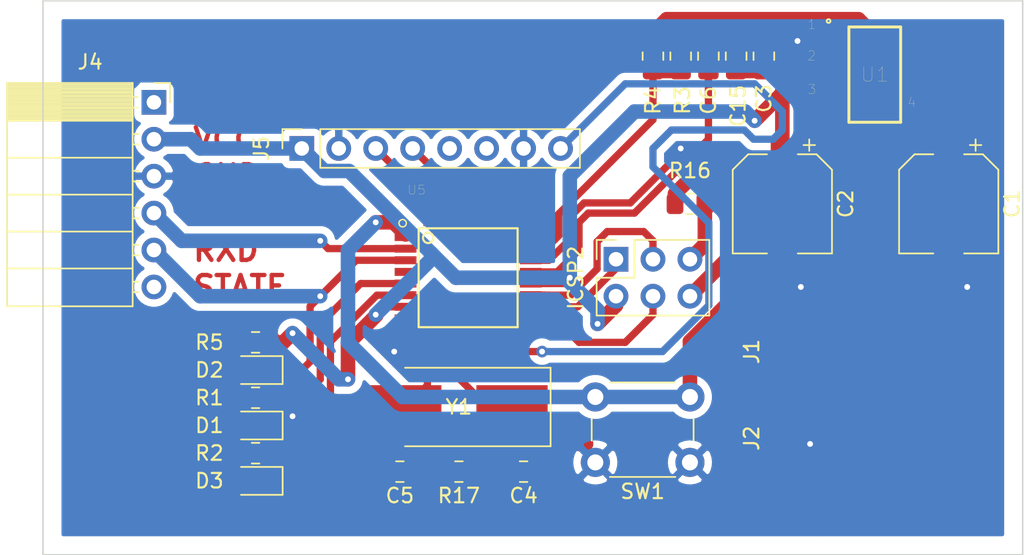
<source format=kicad_pcb>
(kicad_pcb (version 20171130) (host pcbnew "(5.1.5)-3")

  (general
    (thickness 1.6)
    (drawings 25)
    (tracks 241)
    (zones 0)
    (modules 26)
    (nets 35)
  )

  (page A4)
  (layers
    (0 F.Cu signal)
    (31 B.Cu signal)
    (32 B.Adhes user)
    (33 F.Adhes user)
    (34 B.Paste user)
    (35 F.Paste user)
    (36 B.SilkS user)
    (37 F.SilkS user)
    (38 B.Mask user)
    (39 F.Mask user)
    (40 Dwgs.User user)
    (41 Cmts.User user hide)
    (42 Eco1.User user)
    (43 Eco2.User user)
    (44 Edge.Cuts user)
    (45 Margin user)
    (46 B.CrtYd user)
    (47 F.CrtYd user)
    (48 B.Fab user hide)
    (49 F.Fab user hide)
  )

  (setup
    (last_trace_width 0.25)
    (user_trace_width 0.5)
    (user_trace_width 1)
    (trace_clearance 0.2)
    (zone_clearance 0.508)
    (zone_45_only no)
    (trace_min 0.2)
    (via_size 0.8)
    (via_drill 0.4)
    (via_min_size 0.4)
    (via_min_drill 0.3)
    (uvia_size 0.3)
    (uvia_drill 0.1)
    (uvias_allowed no)
    (uvia_min_size 0.2)
    (uvia_min_drill 0.1)
    (edge_width 0.1)
    (segment_width 0.2)
    (pcb_text_width 0.3)
    (pcb_text_size 1.5 1.5)
    (mod_edge_width 0.15)
    (mod_text_size 1 1)
    (mod_text_width 0.15)
    (pad_size 1.524 1.524)
    (pad_drill 0.762)
    (pad_to_mask_clearance 0)
    (aux_axis_origin 0 0)
    (visible_elements 7FFFFFFF)
    (pcbplotparams
      (layerselection 0x010fc_ffffffff)
      (usegerberextensions false)
      (usegerberattributes false)
      (usegerberadvancedattributes false)
      (creategerberjobfile false)
      (excludeedgelayer true)
      (linewidth 0.100000)
      (plotframeref false)
      (viasonmask false)
      (mode 1)
      (useauxorigin false)
      (hpglpennumber 1)
      (hpglpenspeed 20)
      (hpglpendiameter 15.000000)
      (psnegative false)
      (psa4output false)
      (plotreference true)
      (plotvalue true)
      (plotinvisibletext false)
      (padsonsilk false)
      (subtractmaskfromsilk false)
      (outputformat 1)
      (mirror false)
      (drillshape 0)
      (scaleselection 1)
      (outputdirectory ""))
  )

  (net 0 "")
  (net 1 Vin)
  (net 2 GND)
  (net 3 5V_LDO)
  (net 4 "Net-(C4-Pad1)")
  (net 5 "Net-(C5-Pad1)")
  (net 6 "Net-(C6-Pad1)")
  (net 7 "Net-(D1-Pad2)")
  (net 8 /ATMEGA328P/ARD_DIG1)
  (net 9 "Net-(D2-Pad2)")
  (net 10 "Net-(D3-Pad2)")
  (net 11 328P_ICSP_MISO)
  (net 12 328P_ICSP_SCK)
  (net 13 328P_ICSP_MOSI)
  (net 14 "Net-(ICSP2-Pad5)")
  (net 15 "Net-(J4-Pad1)")
  (net 16 /ATMEGA328P/ARD_DIG0)
  (net 17 "Net-(J4-Pad6)")
  (net 18 /ATMEGA328P/ARD_AN5/SCL)
  (net 19 /ATMEGA328P/ARD_AN4/SDA)
  (net 20 "Net-(J5-Pad5)")
  (net 21 "Net-(J5-Pad6)")
  (net 22 /ATMEGA328P/INT)
  (net 23 "Net-(R1-Pad2)")
  (net 24 "Net-(R2-Pad2)")
  (net 25 "Net-(R3-Pad1)")
  (net 26 "Net-(U5-Pad11)")
  (net 27 "Net-(U5-Pad12)")
  (net 28 "Net-(U5-Pad13)")
  (net 29 "Net-(U5-Pad14)")
  (net 30 "Net-(U5-Pad15)")
  (net 31 "Net-(U5-Pad24)")
  (net 32 "Net-(U5-Pad25)")
  (net 33 "Net-(U5-Pad26)")
  (net 34 "Net-(U5-Pad4)")

  (net_class Default "Dit is de standaard class."
    (clearance 0.2)
    (trace_width 0.25)
    (via_dia 0.8)
    (via_drill 0.4)
    (uvia_dia 0.3)
    (uvia_drill 0.1)
    (add_net /ATMEGA328P/ARD_AN4/SDA)
    (add_net /ATMEGA328P/ARD_AN5/SCL)
    (add_net /ATMEGA328P/ARD_DIG0)
    (add_net /ATMEGA328P/ARD_DIG1)
    (add_net /ATMEGA328P/INT)
    (add_net 328P_ICSP_MISO)
    (add_net 328P_ICSP_MOSI)
    (add_net 328P_ICSP_SCK)
    (add_net 5V_LDO)
    (add_net GND)
    (add_net "Net-(C4-Pad1)")
    (add_net "Net-(C5-Pad1)")
    (add_net "Net-(C6-Pad1)")
    (add_net "Net-(D1-Pad2)")
    (add_net "Net-(D2-Pad2)")
    (add_net "Net-(D3-Pad2)")
    (add_net "Net-(ICSP2-Pad5)")
    (add_net "Net-(J4-Pad1)")
    (add_net "Net-(J4-Pad6)")
    (add_net "Net-(J5-Pad5)")
    (add_net "Net-(J5-Pad6)")
    (add_net "Net-(R1-Pad2)")
    (add_net "Net-(R2-Pad2)")
    (add_net "Net-(R3-Pad1)")
    (add_net "Net-(U5-Pad11)")
    (add_net "Net-(U5-Pad12)")
    (add_net "Net-(U5-Pad13)")
    (add_net "Net-(U5-Pad14)")
    (add_net "Net-(U5-Pad15)")
    (add_net "Net-(U5-Pad24)")
    (add_net "Net-(U5-Pad25)")
    (add_net "Net-(U5-Pad26)")
    (add_net "Net-(U5-Pad4)")
    (add_net Vin)
  )

  (module Resistor_SMD:R_0805_2012Metric_Pad1.15x1.40mm_HandSolder (layer F.Cu) (tedit 5B36C52B) (tstamp 5EAC411D)
    (at 137.795 86.995 180)
    (descr "Resistor SMD 0805 (2012 Metric), square (rectangular) end terminal, IPC_7351 nominal with elongated pad for handsoldering. (Body size source: https://docs.google.com/spreadsheets/d/1BsfQQcO9C6DZCsRaXUlFlo91Tg2WpOkGARC1WS5S8t0/edit?usp=sharing), generated with kicad-footprint-generator")
    (tags "resistor handsolder")
    (path /55E89CE4/5EAE708F)
    (attr smd)
    (fp_text reference R5 (at 3.175 0) (layer F.SilkS)
      (effects (font (size 1 1) (thickness 0.15)))
    )
    (fp_text value 470 (at 0 1.65) (layer F.Fab)
      (effects (font (size 1 1) (thickness 0.15)))
    )
    (fp_text user %R (at 0 0) (layer F.Fab)
      (effects (font (size 0.5 0.5) (thickness 0.08)))
    )
    (fp_line (start 1.85 0.95) (end -1.85 0.95) (layer F.CrtYd) (width 0.05))
    (fp_line (start 1.85 -0.95) (end 1.85 0.95) (layer F.CrtYd) (width 0.05))
    (fp_line (start -1.85 -0.95) (end 1.85 -0.95) (layer F.CrtYd) (width 0.05))
    (fp_line (start -1.85 0.95) (end -1.85 -0.95) (layer F.CrtYd) (width 0.05))
    (fp_line (start -0.261252 0.71) (end 0.261252 0.71) (layer F.SilkS) (width 0.12))
    (fp_line (start -0.261252 -0.71) (end 0.261252 -0.71) (layer F.SilkS) (width 0.12))
    (fp_line (start 1 0.6) (end -1 0.6) (layer F.Fab) (width 0.1))
    (fp_line (start 1 -0.6) (end 1 0.6) (layer F.Fab) (width 0.1))
    (fp_line (start -1 -0.6) (end 1 -0.6) (layer F.Fab) (width 0.1))
    (fp_line (start -1 0.6) (end -1 -0.6) (layer F.Fab) (width 0.1))
    (pad 2 smd roundrect (at 1.025 0 180) (size 1.15 1.4) (layers F.Cu F.Paste F.Mask) (roundrect_rratio 0.217391)
      (net 9 "Net-(D2-Pad2)"))
    (pad 1 smd roundrect (at -1.025 0 180) (size 1.15 1.4) (layers F.Cu F.Paste F.Mask) (roundrect_rratio 0.217391)
      (net 3 5V_LDO))
    (model ${KISYS3DMOD}/Resistor_SMD.3dshapes/R_0805_2012Metric.wrl
      (at (xyz 0 0 0))
      (scale (xyz 1 1 1))
      (rotate (xyz 0 0 0))
    )
  )

  (module Resistor_SMD:R_0805_2012Metric_Pad1.15x1.40mm_HandSolder (layer F.Cu) (tedit 5B36C52B) (tstamp 5EAC40CC)
    (at 137.795 94.615)
    (descr "Resistor SMD 0805 (2012 Metric), square (rectangular) end terminal, IPC_7351 nominal with elongated pad for handsoldering. (Body size source: https://docs.google.com/spreadsheets/d/1BsfQQcO9C6DZCsRaXUlFlo91Tg2WpOkGARC1WS5S8t0/edit?usp=sharing), generated with kicad-footprint-generator")
    (tags "resistor handsolder")
    (path /55E89CE4/5EACFEC0)
    (attr smd)
    (fp_text reference R2 (at -3.175 0) (layer F.SilkS)
      (effects (font (size 1 1) (thickness 0.15)))
    )
    (fp_text value 470 (at 0 1.65) (layer F.Fab)
      (effects (font (size 1 1) (thickness 0.15)))
    )
    (fp_text user %R (at 0 0) (layer F.Fab)
      (effects (font (size 0.5 0.5) (thickness 0.08)))
    )
    (fp_line (start 1.85 0.95) (end -1.85 0.95) (layer F.CrtYd) (width 0.05))
    (fp_line (start 1.85 -0.95) (end 1.85 0.95) (layer F.CrtYd) (width 0.05))
    (fp_line (start -1.85 -0.95) (end 1.85 -0.95) (layer F.CrtYd) (width 0.05))
    (fp_line (start -1.85 0.95) (end -1.85 -0.95) (layer F.CrtYd) (width 0.05))
    (fp_line (start -0.261252 0.71) (end 0.261252 0.71) (layer F.SilkS) (width 0.12))
    (fp_line (start -0.261252 -0.71) (end 0.261252 -0.71) (layer F.SilkS) (width 0.12))
    (fp_line (start 1 0.6) (end -1 0.6) (layer F.Fab) (width 0.1))
    (fp_line (start 1 -0.6) (end 1 0.6) (layer F.Fab) (width 0.1))
    (fp_line (start -1 -0.6) (end 1 -0.6) (layer F.Fab) (width 0.1))
    (fp_line (start -1 0.6) (end -1 -0.6) (layer F.Fab) (width 0.1))
    (pad 2 smd roundrect (at 1.025 0) (size 1.15 1.4) (layers F.Cu F.Paste F.Mask) (roundrect_rratio 0.217391)
      (net 24 "Net-(R2-Pad2)"))
    (pad 1 smd roundrect (at -1.025 0) (size 1.15 1.4) (layers F.Cu F.Paste F.Mask) (roundrect_rratio 0.217391)
      (net 10 "Net-(D3-Pad2)"))
    (model ${KISYS3DMOD}/Resistor_SMD.3dshapes/R_0805_2012Metric.wrl
      (at (xyz 0 0 0))
      (scale (xyz 1 1 1))
      (rotate (xyz 0 0 0))
    )
  )

  (module Resistor_SMD:R_0805_2012Metric_Pad1.15x1.40mm_HandSolder (layer F.Cu) (tedit 5B36C52B) (tstamp 5EAC40BB)
    (at 137.795 90.805)
    (descr "Resistor SMD 0805 (2012 Metric), square (rectangular) end terminal, IPC_7351 nominal with elongated pad for handsoldering. (Body size source: https://docs.google.com/spreadsheets/d/1BsfQQcO9C6DZCsRaXUlFlo91Tg2WpOkGARC1WS5S8t0/edit?usp=sharing), generated with kicad-footprint-generator")
    (tags "resistor handsolder")
    (path /55E89CE4/5EB0D2B3)
    (attr smd)
    (fp_text reference R1 (at -3.175 0) (layer F.SilkS)
      (effects (font (size 1 1) (thickness 0.15)))
    )
    (fp_text value 470 (at 0 1.65) (layer F.Fab)
      (effects (font (size 1 1) (thickness 0.15)))
    )
    (fp_text user %R (at 0 0) (layer F.Fab)
      (effects (font (size 0.5 0.5) (thickness 0.08)))
    )
    (fp_line (start 1.85 0.95) (end -1.85 0.95) (layer F.CrtYd) (width 0.05))
    (fp_line (start 1.85 -0.95) (end 1.85 0.95) (layer F.CrtYd) (width 0.05))
    (fp_line (start -1.85 -0.95) (end 1.85 -0.95) (layer F.CrtYd) (width 0.05))
    (fp_line (start -1.85 0.95) (end -1.85 -0.95) (layer F.CrtYd) (width 0.05))
    (fp_line (start -0.261252 0.71) (end 0.261252 0.71) (layer F.SilkS) (width 0.12))
    (fp_line (start -0.261252 -0.71) (end 0.261252 -0.71) (layer F.SilkS) (width 0.12))
    (fp_line (start 1 0.6) (end -1 0.6) (layer F.Fab) (width 0.1))
    (fp_line (start 1 -0.6) (end 1 0.6) (layer F.Fab) (width 0.1))
    (fp_line (start -1 -0.6) (end 1 -0.6) (layer F.Fab) (width 0.1))
    (fp_line (start -1 0.6) (end -1 -0.6) (layer F.Fab) (width 0.1))
    (pad 2 smd roundrect (at 1.025 0) (size 1.15 1.4) (layers F.Cu F.Paste F.Mask) (roundrect_rratio 0.217391)
      (net 23 "Net-(R1-Pad2)"))
    (pad 1 smd roundrect (at -1.025 0) (size 1.15 1.4) (layers F.Cu F.Paste F.Mask) (roundrect_rratio 0.217391)
      (net 7 "Net-(D1-Pad2)"))
    (model ${KISYS3DMOD}/Resistor_SMD.3dshapes/R_0805_2012Metric.wrl
      (at (xyz 0 0 0))
      (scale (xyz 1 1 1))
      (rotate (xyz 0 0 0))
    )
  )

  (module Connector_PinSocket_2.54mm:PinSocket_1x08_P2.54mm_Vertical (layer F.Cu) (tedit 5A19A420) (tstamp 5EAC40AA)
    (at 140.97 73.66 90)
    (descr "Through hole straight socket strip, 1x08, 2.54mm pitch, single row (from Kicad 4.0.7), script generated")
    (tags "Through hole socket strip THT 1x08 2.54mm single row")
    (path /5EAD6BA3/5EA96679)
    (fp_text reference J5 (at 0 -2.77 90) (layer F.SilkS)
      (effects (font (size 1 1) (thickness 0.15)))
    )
    (fp_text value Conn_01x08 (at 0 20.55 90) (layer F.Fab)
      (effects (font (size 1 1) (thickness 0.15)))
    )
    (fp_text user %R (at 0 8.89) (layer F.Fab)
      (effects (font (size 1 1) (thickness 0.15)))
    )
    (fp_line (start -1.8 19.55) (end -1.8 -1.8) (layer F.CrtYd) (width 0.05))
    (fp_line (start 1.75 19.55) (end -1.8 19.55) (layer F.CrtYd) (width 0.05))
    (fp_line (start 1.75 -1.8) (end 1.75 19.55) (layer F.CrtYd) (width 0.05))
    (fp_line (start -1.8 -1.8) (end 1.75 -1.8) (layer F.CrtYd) (width 0.05))
    (fp_line (start 0 -1.33) (end 1.33 -1.33) (layer F.SilkS) (width 0.12))
    (fp_line (start 1.33 -1.33) (end 1.33 0) (layer F.SilkS) (width 0.12))
    (fp_line (start 1.33 1.27) (end 1.33 19.11) (layer F.SilkS) (width 0.12))
    (fp_line (start -1.33 19.11) (end 1.33 19.11) (layer F.SilkS) (width 0.12))
    (fp_line (start -1.33 1.27) (end -1.33 19.11) (layer F.SilkS) (width 0.12))
    (fp_line (start -1.33 1.27) (end 1.33 1.27) (layer F.SilkS) (width 0.12))
    (fp_line (start -1.27 19.05) (end -1.27 -1.27) (layer F.Fab) (width 0.1))
    (fp_line (start 1.27 19.05) (end -1.27 19.05) (layer F.Fab) (width 0.1))
    (fp_line (start 1.27 -0.635) (end 1.27 19.05) (layer F.Fab) (width 0.1))
    (fp_line (start 0.635 -1.27) (end 1.27 -0.635) (layer F.Fab) (width 0.1))
    (fp_line (start -1.27 -1.27) (end 0.635 -1.27) (layer F.Fab) (width 0.1))
    (pad 8 thru_hole oval (at 0 17.78 90) (size 1.7 1.7) (drill 1) (layers *.Cu *.Mask)
      (net 22 /ATMEGA328P/INT))
    (pad 7 thru_hole oval (at 0 15.24 90) (size 1.7 1.7) (drill 1) (layers *.Cu *.Mask)
      (net 2 GND))
    (pad 6 thru_hole oval (at 0 12.7 90) (size 1.7 1.7) (drill 1) (layers *.Cu *.Mask)
      (net 21 "Net-(J5-Pad6)"))
    (pad 5 thru_hole oval (at 0 10.16 90) (size 1.7 1.7) (drill 1) (layers *.Cu *.Mask)
      (net 20 "Net-(J5-Pad5)"))
    (pad 4 thru_hole oval (at 0 7.62 90) (size 1.7 1.7) (drill 1) (layers *.Cu *.Mask)
      (net 19 /ATMEGA328P/ARD_AN4/SDA))
    (pad 3 thru_hole oval (at 0 5.08 90) (size 1.7 1.7) (drill 1) (layers *.Cu *.Mask)
      (net 18 /ATMEGA328P/ARD_AN5/SCL))
    (pad 2 thru_hole oval (at 0 2.54 90) (size 1.7 1.7) (drill 1) (layers *.Cu *.Mask)
      (net 2 GND))
    (pad 1 thru_hole rect (at 0 0 90) (size 1.7 1.7) (drill 1) (layers *.Cu *.Mask)
      (net 3 5V_LDO))
    (model ${KISYS3DMOD}/Connector_PinSocket_2.54mm.3dshapes/PinSocket_1x08_P2.54mm_Vertical.wrl
      (at (xyz 0 0 0))
      (scale (xyz 1 1 1))
      (rotate (xyz 0 0 0))
    )
  )

  (module Connector_PinSocket_2.54mm:PinSocket_1x06_P2.54mm_Horizontal (layer F.Cu) (tedit 5A19A42D) (tstamp 5EAC408E)
    (at 130.81 70.485)
    (descr "Through hole angled socket strip, 1x06, 2.54mm pitch, 8.51mm socket length, single row (from Kicad 4.0.7), script generated")
    (tags "Through hole angled socket strip THT 1x06 2.54mm single row")
    (path /5EAD6BA3/5EA946DA)
    (fp_text reference J4 (at -4.38 -2.77) (layer F.SilkS)
      (effects (font (size 1 1) (thickness 0.15)))
    )
    (fp_text value Conn_01x06 (at -4.38 15.47) (layer F.Fab)
      (effects (font (size 1 1) (thickness 0.15)))
    )
    (fp_text user %R (at -5.775 6.35 90) (layer F.Fab)
      (effects (font (size 1 1) (thickness 0.15)))
    )
    (fp_line (start 1.75 14.45) (end 1.75 -1.8) (layer F.CrtYd) (width 0.05))
    (fp_line (start -10.55 14.45) (end 1.75 14.45) (layer F.CrtYd) (width 0.05))
    (fp_line (start -10.55 -1.8) (end -10.55 14.45) (layer F.CrtYd) (width 0.05))
    (fp_line (start 1.75 -1.8) (end -10.55 -1.8) (layer F.CrtYd) (width 0.05))
    (fp_line (start 0 -1.33) (end 1.11 -1.33) (layer F.SilkS) (width 0.12))
    (fp_line (start 1.11 -1.33) (end 1.11 0) (layer F.SilkS) (width 0.12))
    (fp_line (start -10.09 -1.33) (end -10.09 14.03) (layer F.SilkS) (width 0.12))
    (fp_line (start -10.09 14.03) (end -1.46 14.03) (layer F.SilkS) (width 0.12))
    (fp_line (start -1.46 -1.33) (end -1.46 14.03) (layer F.SilkS) (width 0.12))
    (fp_line (start -10.09 -1.33) (end -1.46 -1.33) (layer F.SilkS) (width 0.12))
    (fp_line (start -10.09 11.43) (end -1.46 11.43) (layer F.SilkS) (width 0.12))
    (fp_line (start -10.09 8.89) (end -1.46 8.89) (layer F.SilkS) (width 0.12))
    (fp_line (start -10.09 6.35) (end -1.46 6.35) (layer F.SilkS) (width 0.12))
    (fp_line (start -10.09 3.81) (end -1.46 3.81) (layer F.SilkS) (width 0.12))
    (fp_line (start -10.09 1.27) (end -1.46 1.27) (layer F.SilkS) (width 0.12))
    (fp_line (start -1.46 13.06) (end -1.05 13.06) (layer F.SilkS) (width 0.12))
    (fp_line (start -1.46 12.34) (end -1.05 12.34) (layer F.SilkS) (width 0.12))
    (fp_line (start -1.46 10.52) (end -1.05 10.52) (layer F.SilkS) (width 0.12))
    (fp_line (start -1.46 9.8) (end -1.05 9.8) (layer F.SilkS) (width 0.12))
    (fp_line (start -1.46 7.98) (end -1.05 7.98) (layer F.SilkS) (width 0.12))
    (fp_line (start -1.46 7.26) (end -1.05 7.26) (layer F.SilkS) (width 0.12))
    (fp_line (start -1.46 5.44) (end -1.05 5.44) (layer F.SilkS) (width 0.12))
    (fp_line (start -1.46 4.72) (end -1.05 4.72) (layer F.SilkS) (width 0.12))
    (fp_line (start -1.46 2.9) (end -1.05 2.9) (layer F.SilkS) (width 0.12))
    (fp_line (start -1.46 2.18) (end -1.05 2.18) (layer F.SilkS) (width 0.12))
    (fp_line (start -1.46 0.36) (end -1.11 0.36) (layer F.SilkS) (width 0.12))
    (fp_line (start -1.46 -0.36) (end -1.11 -0.36) (layer F.SilkS) (width 0.12))
    (fp_line (start -10.09 1.1519) (end -1.46 1.1519) (layer F.SilkS) (width 0.12))
    (fp_line (start -10.09 1.033805) (end -1.46 1.033805) (layer F.SilkS) (width 0.12))
    (fp_line (start -10.09 0.91571) (end -1.46 0.91571) (layer F.SilkS) (width 0.12))
    (fp_line (start -10.09 0.797615) (end -1.46 0.797615) (layer F.SilkS) (width 0.12))
    (fp_line (start -10.09 0.67952) (end -1.46 0.67952) (layer F.SilkS) (width 0.12))
    (fp_line (start -10.09 0.561425) (end -1.46 0.561425) (layer F.SilkS) (width 0.12))
    (fp_line (start -10.09 0.44333) (end -1.46 0.44333) (layer F.SilkS) (width 0.12))
    (fp_line (start -10.09 0.325235) (end -1.46 0.325235) (layer F.SilkS) (width 0.12))
    (fp_line (start -10.09 0.20714) (end -1.46 0.20714) (layer F.SilkS) (width 0.12))
    (fp_line (start -10.09 0.089045) (end -1.46 0.089045) (layer F.SilkS) (width 0.12))
    (fp_line (start -10.09 -0.02905) (end -1.46 -0.02905) (layer F.SilkS) (width 0.12))
    (fp_line (start -10.09 -0.147145) (end -1.46 -0.147145) (layer F.SilkS) (width 0.12))
    (fp_line (start -10.09 -0.26524) (end -1.46 -0.26524) (layer F.SilkS) (width 0.12))
    (fp_line (start -10.09 -0.383335) (end -1.46 -0.383335) (layer F.SilkS) (width 0.12))
    (fp_line (start -10.09 -0.50143) (end -1.46 -0.50143) (layer F.SilkS) (width 0.12))
    (fp_line (start -10.09 -0.619525) (end -1.46 -0.619525) (layer F.SilkS) (width 0.12))
    (fp_line (start -10.09 -0.73762) (end -1.46 -0.73762) (layer F.SilkS) (width 0.12))
    (fp_line (start -10.09 -0.855715) (end -1.46 -0.855715) (layer F.SilkS) (width 0.12))
    (fp_line (start -10.09 -0.97381) (end -1.46 -0.97381) (layer F.SilkS) (width 0.12))
    (fp_line (start -10.09 -1.091905) (end -1.46 -1.091905) (layer F.SilkS) (width 0.12))
    (fp_line (start -10.09 -1.21) (end -1.46 -1.21) (layer F.SilkS) (width 0.12))
    (fp_line (start 0 13) (end 0 12.4) (layer F.Fab) (width 0.1))
    (fp_line (start -1.52 13) (end 0 13) (layer F.Fab) (width 0.1))
    (fp_line (start 0 12.4) (end -1.52 12.4) (layer F.Fab) (width 0.1))
    (fp_line (start 0 10.46) (end 0 9.86) (layer F.Fab) (width 0.1))
    (fp_line (start -1.52 10.46) (end 0 10.46) (layer F.Fab) (width 0.1))
    (fp_line (start 0 9.86) (end -1.52 9.86) (layer F.Fab) (width 0.1))
    (fp_line (start 0 7.92) (end 0 7.32) (layer F.Fab) (width 0.1))
    (fp_line (start -1.52 7.92) (end 0 7.92) (layer F.Fab) (width 0.1))
    (fp_line (start 0 7.32) (end -1.52 7.32) (layer F.Fab) (width 0.1))
    (fp_line (start 0 5.38) (end 0 4.78) (layer F.Fab) (width 0.1))
    (fp_line (start -1.52 5.38) (end 0 5.38) (layer F.Fab) (width 0.1))
    (fp_line (start 0 4.78) (end -1.52 4.78) (layer F.Fab) (width 0.1))
    (fp_line (start 0 2.84) (end 0 2.24) (layer F.Fab) (width 0.1))
    (fp_line (start -1.52 2.84) (end 0 2.84) (layer F.Fab) (width 0.1))
    (fp_line (start 0 2.24) (end -1.52 2.24) (layer F.Fab) (width 0.1))
    (fp_line (start 0 0.3) (end 0 -0.3) (layer F.Fab) (width 0.1))
    (fp_line (start -1.52 0.3) (end 0 0.3) (layer F.Fab) (width 0.1))
    (fp_line (start 0 -0.3) (end -1.52 -0.3) (layer F.Fab) (width 0.1))
    (fp_line (start -10.03 13.97) (end -10.03 -1.27) (layer F.Fab) (width 0.1))
    (fp_line (start -1.52 13.97) (end -10.03 13.97) (layer F.Fab) (width 0.1))
    (fp_line (start -1.52 -0.3) (end -1.52 13.97) (layer F.Fab) (width 0.1))
    (fp_line (start -2.49 -1.27) (end -1.52 -0.3) (layer F.Fab) (width 0.1))
    (fp_line (start -10.03 -1.27) (end -2.49 -1.27) (layer F.Fab) (width 0.1))
    (pad 6 thru_hole oval (at 0 12.7) (size 1.7 1.7) (drill 1) (layers *.Cu *.Mask)
      (net 17 "Net-(J4-Pad6)"))
    (pad 5 thru_hole oval (at 0 10.16) (size 1.7 1.7) (drill 1) (layers *.Cu *.Mask)
      (net 8 /ATMEGA328P/ARD_DIG1))
    (pad 4 thru_hole oval (at 0 7.62) (size 1.7 1.7) (drill 1) (layers *.Cu *.Mask)
      (net 16 /ATMEGA328P/ARD_DIG0))
    (pad 3 thru_hole oval (at 0 5.08) (size 1.7 1.7) (drill 1) (layers *.Cu *.Mask)
      (net 2 GND))
    (pad 2 thru_hole oval (at 0 2.54) (size 1.7 1.7) (drill 1) (layers *.Cu *.Mask)
      (net 3 5V_LDO))
    (pad 1 thru_hole rect (at 0 0) (size 1.7 1.7) (drill 1) (layers *.Cu *.Mask)
      (net 15 "Net-(J4-Pad1)"))
    (model ${KISYS3DMOD}/Connector_PinSocket_2.54mm.3dshapes/PinSocket_1x06_P2.54mm_Horizontal.wrl
      (at (xyz 0 0 0))
      (scale (xyz 1 1 1))
      (rotate (xyz 0 0 0))
    )
  )

  (module LED_SMD:LED_0805_2012Metric_Pad1.15x1.40mm_HandSolder (layer F.Cu) (tedit 5B4B45C9) (tstamp 5EAC3FE2)
    (at 137.795 96.52 180)
    (descr "LED SMD 0805 (2012 Metric), square (rectangular) end terminal, IPC_7351 nominal, (Body size source: https://docs.google.com/spreadsheets/d/1BsfQQcO9C6DZCsRaXUlFlo91Tg2WpOkGARC1WS5S8t0/edit?usp=sharing), generated with kicad-footprint-generator")
    (tags "LED handsolder")
    (path /55E89CE4/5EB1BF51)
    (attr smd)
    (fp_text reference D3 (at 3.175 0) (layer F.SilkS)
      (effects (font (size 1 1) (thickness 0.15)))
    )
    (fp_text value LED (at 0 1.65) (layer F.Fab)
      (effects (font (size 1 1) (thickness 0.15)))
    )
    (fp_text user %R (at 0 0) (layer F.Fab)
      (effects (font (size 0.5 0.5) (thickness 0.08)))
    )
    (fp_line (start 1.85 0.95) (end -1.85 0.95) (layer F.CrtYd) (width 0.05))
    (fp_line (start 1.85 -0.95) (end 1.85 0.95) (layer F.CrtYd) (width 0.05))
    (fp_line (start -1.85 -0.95) (end 1.85 -0.95) (layer F.CrtYd) (width 0.05))
    (fp_line (start -1.85 0.95) (end -1.85 -0.95) (layer F.CrtYd) (width 0.05))
    (fp_line (start -1.86 0.96) (end 1 0.96) (layer F.SilkS) (width 0.12))
    (fp_line (start -1.86 -0.96) (end -1.86 0.96) (layer F.SilkS) (width 0.12))
    (fp_line (start 1 -0.96) (end -1.86 -0.96) (layer F.SilkS) (width 0.12))
    (fp_line (start 1 0.6) (end 1 -0.6) (layer F.Fab) (width 0.1))
    (fp_line (start -1 0.6) (end 1 0.6) (layer F.Fab) (width 0.1))
    (fp_line (start -1 -0.3) (end -1 0.6) (layer F.Fab) (width 0.1))
    (fp_line (start -0.7 -0.6) (end -1 -0.3) (layer F.Fab) (width 0.1))
    (fp_line (start 1 -0.6) (end -0.7 -0.6) (layer F.Fab) (width 0.1))
    (pad 2 smd roundrect (at 1.025 0 180) (size 1.15 1.4) (layers F.Cu F.Paste F.Mask) (roundrect_rratio 0.217391)
      (net 10 "Net-(D3-Pad2)"))
    (pad 1 smd roundrect (at -1.025 0 180) (size 1.15 1.4) (layers F.Cu F.Paste F.Mask) (roundrect_rratio 0.217391)
      (net 2 GND))
    (model ${KISYS3DMOD}/LED_SMD.3dshapes/LED_0805_2012Metric.wrl
      (at (xyz 0 0 0))
      (scale (xyz 1 1 1))
      (rotate (xyz 0 0 0))
    )
  )

  (module LED_SMD:LED_0805_2012Metric_Pad1.15x1.40mm_HandSolder (layer F.Cu) (tedit 5B4B45C9) (tstamp 5EAC3FCF)
    (at 137.795 88.9 180)
    (descr "LED SMD 0805 (2012 Metric), square (rectangular) end terminal, IPC_7351 nominal, (Body size source: https://docs.google.com/spreadsheets/d/1BsfQQcO9C6DZCsRaXUlFlo91Tg2WpOkGARC1WS5S8t0/edit?usp=sharing), generated with kicad-footprint-generator")
    (tags "LED handsolder")
    (path /55E89CE4/5EADF5B7)
    (attr smd)
    (fp_text reference D2 (at 3.175 0) (layer F.SilkS)
      (effects (font (size 1 1) (thickness 0.15)))
    )
    (fp_text value LED (at 0 1.65) (layer F.Fab)
      (effects (font (size 1 1) (thickness 0.15)))
    )
    (fp_text user %R (at 0 0) (layer F.Fab)
      (effects (font (size 0.5 0.5) (thickness 0.08)))
    )
    (fp_line (start 1.85 0.95) (end -1.85 0.95) (layer F.CrtYd) (width 0.05))
    (fp_line (start 1.85 -0.95) (end 1.85 0.95) (layer F.CrtYd) (width 0.05))
    (fp_line (start -1.85 -0.95) (end 1.85 -0.95) (layer F.CrtYd) (width 0.05))
    (fp_line (start -1.85 0.95) (end -1.85 -0.95) (layer F.CrtYd) (width 0.05))
    (fp_line (start -1.86 0.96) (end 1 0.96) (layer F.SilkS) (width 0.12))
    (fp_line (start -1.86 -0.96) (end -1.86 0.96) (layer F.SilkS) (width 0.12))
    (fp_line (start 1 -0.96) (end -1.86 -0.96) (layer F.SilkS) (width 0.12))
    (fp_line (start 1 0.6) (end 1 -0.6) (layer F.Fab) (width 0.1))
    (fp_line (start -1 0.6) (end 1 0.6) (layer F.Fab) (width 0.1))
    (fp_line (start -1 -0.3) (end -1 0.6) (layer F.Fab) (width 0.1))
    (fp_line (start -0.7 -0.6) (end -1 -0.3) (layer F.Fab) (width 0.1))
    (fp_line (start 1 -0.6) (end -0.7 -0.6) (layer F.Fab) (width 0.1))
    (pad 2 smd roundrect (at 1.025 0 180) (size 1.15 1.4) (layers F.Cu F.Paste F.Mask) (roundrect_rratio 0.217391)
      (net 9 "Net-(D2-Pad2)"))
    (pad 1 smd roundrect (at -1.025 0 180) (size 1.15 1.4) (layers F.Cu F.Paste F.Mask) (roundrect_rratio 0.217391)
      (net 8 /ATMEGA328P/ARD_DIG1))
    (model ${KISYS3DMOD}/LED_SMD.3dshapes/LED_0805_2012Metric.wrl
      (at (xyz 0 0 0))
      (scale (xyz 1 1 1))
      (rotate (xyz 0 0 0))
    )
  )

  (module LED_SMD:LED_0805_2012Metric_Pad1.15x1.40mm_HandSolder (layer F.Cu) (tedit 5B4B45C9) (tstamp 5EAC3FBC)
    (at 137.795 92.71 180)
    (descr "LED SMD 0805 (2012 Metric), square (rectangular) end terminal, IPC_7351 nominal, (Body size source: https://docs.google.com/spreadsheets/d/1BsfQQcO9C6DZCsRaXUlFlo91Tg2WpOkGARC1WS5S8t0/edit?usp=sharing), generated with kicad-footprint-generator")
    (tags "LED handsolder")
    (path /55E89CE4/5EAD3763)
    (attr smd)
    (fp_text reference D1 (at 3.175 0) (layer F.SilkS)
      (effects (font (size 1 1) (thickness 0.15)))
    )
    (fp_text value LED (at 0 1.65) (layer F.Fab)
      (effects (font (size 1 1) (thickness 0.15)))
    )
    (fp_text user %R (at 0 0) (layer F.Fab)
      (effects (font (size 0.5 0.5) (thickness 0.08)))
    )
    (fp_line (start 1.85 0.95) (end -1.85 0.95) (layer F.CrtYd) (width 0.05))
    (fp_line (start 1.85 -0.95) (end 1.85 0.95) (layer F.CrtYd) (width 0.05))
    (fp_line (start -1.85 -0.95) (end 1.85 -0.95) (layer F.CrtYd) (width 0.05))
    (fp_line (start -1.85 0.95) (end -1.85 -0.95) (layer F.CrtYd) (width 0.05))
    (fp_line (start -1.86 0.96) (end 1 0.96) (layer F.SilkS) (width 0.12))
    (fp_line (start -1.86 -0.96) (end -1.86 0.96) (layer F.SilkS) (width 0.12))
    (fp_line (start 1 -0.96) (end -1.86 -0.96) (layer F.SilkS) (width 0.12))
    (fp_line (start 1 0.6) (end 1 -0.6) (layer F.Fab) (width 0.1))
    (fp_line (start -1 0.6) (end 1 0.6) (layer F.Fab) (width 0.1))
    (fp_line (start -1 -0.3) (end -1 0.6) (layer F.Fab) (width 0.1))
    (fp_line (start -0.7 -0.6) (end -1 -0.3) (layer F.Fab) (width 0.1))
    (fp_line (start 1 -0.6) (end -0.7 -0.6) (layer F.Fab) (width 0.1))
    (pad 2 smd roundrect (at 1.025 0 180) (size 1.15 1.4) (layers F.Cu F.Paste F.Mask) (roundrect_rratio 0.217391)
      (net 7 "Net-(D1-Pad2)"))
    (pad 1 smd roundrect (at -1.025 0 180) (size 1.15 1.4) (layers F.Cu F.Paste F.Mask) (roundrect_rratio 0.217391)
      (net 2 GND))
    (model ${KISYS3DMOD}/LED_SMD.3dshapes/LED_0805_2012Metric.wrl
      (at (xyz 0 0 0))
      (scale (xyz 1 1 1))
      (rotate (xyz 0 0 0))
    )
  )

  (module Crystal:Crystal_SMD_7050-2Pin_7.0x5.0mm_HandSoldering (layer F.Cu) (tedit 5A0FD1B2) (tstamp 5EAC32D4)
    (at 151.765 91.44 180)
    (descr "SMD Crystal SERIES SMD7050/4 https://www.foxonline.com/pdfs/FQ7050.pdf, hand-soldering, 7.0x5.0mm^2 package")
    (tags "SMD SMT crystal hand-soldering")
    (path /55E89CE4/5EAAE07C)
    (attr smd)
    (fp_text reference Y1 (at 0 0) (layer F.SilkS)
      (effects (font (size 1 1) (thickness 0.15)))
    )
    (fp_text value Crystal (at 0 3.7) (layer F.Fab)
      (effects (font (size 1 1) (thickness 0.15)))
    )
    (fp_circle (center 0 0) (end 0.093333 0) (layer F.Adhes) (width 0.186667))
    (fp_circle (center 0 0) (end 0.213333 0) (layer F.Adhes) (width 0.133333))
    (fp_circle (center 0 0) (end 0.333333 0) (layer F.Adhes) (width 0.133333))
    (fp_circle (center 0 0) (end 0.4 0) (layer F.Adhes) (width 0.1))
    (fp_line (start 6.4 -2.8) (end -6.4 -2.8) (layer F.CrtYd) (width 0.05))
    (fp_line (start 6.4 2.8) (end 6.4 -2.8) (layer F.CrtYd) (width 0.05))
    (fp_line (start -6.4 2.8) (end 6.4 2.8) (layer F.CrtYd) (width 0.05))
    (fp_line (start -6.4 -2.8) (end -6.4 2.8) (layer F.CrtYd) (width 0.05))
    (fp_line (start -6.3 2.7) (end 3.7 2.7) (layer F.SilkS) (width 0.12))
    (fp_line (start -6.3 -2.7) (end -6.3 2.7) (layer F.SilkS) (width 0.12))
    (fp_line (start 3.7 -2.7) (end -6.3 -2.7) (layer F.SilkS) (width 0.12))
    (fp_line (start -3.5 1.5) (end -2.5 2.5) (layer F.Fab) (width 0.1))
    (fp_line (start -3.5 -2.3) (end -3.3 -2.5) (layer F.Fab) (width 0.1))
    (fp_line (start -3.5 2.3) (end -3.5 -2.3) (layer F.Fab) (width 0.1))
    (fp_line (start -3.3 2.5) (end -3.5 2.3) (layer F.Fab) (width 0.1))
    (fp_line (start 3.3 2.5) (end -3.3 2.5) (layer F.Fab) (width 0.1))
    (fp_line (start 3.5 2.3) (end 3.3 2.5) (layer F.Fab) (width 0.1))
    (fp_line (start 3.5 -2.3) (end 3.5 2.3) (layer F.Fab) (width 0.1))
    (fp_line (start 3.3 -2.5) (end 3.5 -2.3) (layer F.Fab) (width 0.1))
    (fp_line (start -3.3 -2.5) (end 3.3 -2.5) (layer F.Fab) (width 0.1))
    (fp_text user %R (at 0 0) (layer F.Fab)
      (effects (font (size 1 1) (thickness 0.15)))
    )
    (pad 2 smd rect (at 3.65 0 180) (size 4.9 3) (layers F.Cu F.Paste F.Mask)
      (net 5 "Net-(C5-Pad1)"))
    (pad 1 smd rect (at -3.65 0 180) (size 4.9 3) (layers F.Cu F.Paste F.Mask)
      (net 4 "Net-(C4-Pad1)"))
    (model ${KISYS3DMOD}/Crystal.3dshapes/Crystal_SMD_7050-2Pin_7.0x5.0mm_HandSoldering.wrl
      (at (xyz 0 0 0))
      (scale (xyz 1 1 1))
      (rotate (xyz 0 0 0))
    )
  )

  (module Resistor_SMD:R_0805_2012Metric_Pad1.15x1.40mm_HandSolder (layer F.Cu) (tedit 5B36C52B) (tstamp 5EAC31B3)
    (at 151.765 95.885 180)
    (descr "Resistor SMD 0805 (2012 Metric), square (rectangular) end terminal, IPC_7351 nominal with elongated pad for handsoldering. (Body size source: https://docs.google.com/spreadsheets/d/1BsfQQcO9C6DZCsRaXUlFlo91Tg2WpOkGARC1WS5S8t0/edit?usp=sharing), generated with kicad-footprint-generator")
    (tags "resistor handsolder")
    (path /55E89CE4/5615BCD3)
    (attr smd)
    (fp_text reference R17 (at 0 -1.65) (layer F.SilkS)
      (effects (font (size 1 1) (thickness 0.15)))
    )
    (fp_text value 1M (at 0 1.65) (layer F.Fab)
      (effects (font (size 1 1) (thickness 0.15)))
    )
    (fp_text user %R (at 0 0) (layer F.Fab)
      (effects (font (size 0.5 0.5) (thickness 0.08)))
    )
    (fp_line (start 1.85 0.95) (end -1.85 0.95) (layer F.CrtYd) (width 0.05))
    (fp_line (start 1.85 -0.95) (end 1.85 0.95) (layer F.CrtYd) (width 0.05))
    (fp_line (start -1.85 -0.95) (end 1.85 -0.95) (layer F.CrtYd) (width 0.05))
    (fp_line (start -1.85 0.95) (end -1.85 -0.95) (layer F.CrtYd) (width 0.05))
    (fp_line (start -0.261252 0.71) (end 0.261252 0.71) (layer F.SilkS) (width 0.12))
    (fp_line (start -0.261252 -0.71) (end 0.261252 -0.71) (layer F.SilkS) (width 0.12))
    (fp_line (start 1 0.6) (end -1 0.6) (layer F.Fab) (width 0.1))
    (fp_line (start 1 -0.6) (end 1 0.6) (layer F.Fab) (width 0.1))
    (fp_line (start -1 -0.6) (end 1 -0.6) (layer F.Fab) (width 0.1))
    (fp_line (start -1 0.6) (end -1 -0.6) (layer F.Fab) (width 0.1))
    (pad 2 smd roundrect (at 1.025 0 180) (size 1.15 1.4) (layers F.Cu F.Paste F.Mask) (roundrect_rratio 0.217391)
      (net 5 "Net-(C5-Pad1)"))
    (pad 1 smd roundrect (at -1.025 0 180) (size 1.15 1.4) (layers F.Cu F.Paste F.Mask) (roundrect_rratio 0.217391)
      (net 4 "Net-(C4-Pad1)"))
    (model ${KISYS3DMOD}/Resistor_SMD.3dshapes/R_0805_2012Metric.wrl
      (at (xyz 0 0 0))
      (scale (xyz 1 1 1))
      (rotate (xyz 0 0 0))
    )
  )

  (module Capacitor_SMD:C_0805_2012Metric_Pad1.15x1.40mm_HandSolder (layer F.Cu) (tedit 5B36C52B) (tstamp 5EAC2FCE)
    (at 147.71 95.885 180)
    (descr "Capacitor SMD 0805 (2012 Metric), square (rectangular) end terminal, IPC_7351 nominal with elongated pad for handsoldering. (Body size source: https://docs.google.com/spreadsheets/d/1BsfQQcO9C6DZCsRaXUlFlo91Tg2WpOkGARC1WS5S8t0/edit?usp=sharing), generated with kicad-footprint-generator")
    (tags "capacitor handsolder")
    (path /55E89CE4/5EAB4FD2)
    (attr smd)
    (fp_text reference C5 (at 0 -1.65) (layer F.SilkS)
      (effects (font (size 1 1) (thickness 0.15)))
    )
    (fp_text value 20p (at 0 1.65) (layer F.Fab)
      (effects (font (size 1 1) (thickness 0.15)))
    )
    (fp_text user %R (at 0 0) (layer F.Fab)
      (effects (font (size 0.5 0.5) (thickness 0.08)))
    )
    (fp_line (start 1.85 0.95) (end -1.85 0.95) (layer F.CrtYd) (width 0.05))
    (fp_line (start 1.85 -0.95) (end 1.85 0.95) (layer F.CrtYd) (width 0.05))
    (fp_line (start -1.85 -0.95) (end 1.85 -0.95) (layer F.CrtYd) (width 0.05))
    (fp_line (start -1.85 0.95) (end -1.85 -0.95) (layer F.CrtYd) (width 0.05))
    (fp_line (start -0.261252 0.71) (end 0.261252 0.71) (layer F.SilkS) (width 0.12))
    (fp_line (start -0.261252 -0.71) (end 0.261252 -0.71) (layer F.SilkS) (width 0.12))
    (fp_line (start 1 0.6) (end -1 0.6) (layer F.Fab) (width 0.1))
    (fp_line (start 1 -0.6) (end 1 0.6) (layer F.Fab) (width 0.1))
    (fp_line (start -1 -0.6) (end 1 -0.6) (layer F.Fab) (width 0.1))
    (fp_line (start -1 0.6) (end -1 -0.6) (layer F.Fab) (width 0.1))
    (pad 2 smd roundrect (at 1.025 0 180) (size 1.15 1.4) (layers F.Cu F.Paste F.Mask) (roundrect_rratio 0.217391)
      (net 2 GND))
    (pad 1 smd roundrect (at -1.025 0 180) (size 1.15 1.4) (layers F.Cu F.Paste F.Mask) (roundrect_rratio 0.217391)
      (net 5 "Net-(C5-Pad1)"))
    (model ${KISYS3DMOD}/Capacitor_SMD.3dshapes/C_0805_2012Metric.wrl
      (at (xyz 0 0 0))
      (scale (xyz 1 1 1))
      (rotate (xyz 0 0 0))
    )
  )

  (module Capacitor_SMD:C_0805_2012Metric_Pad1.15x1.40mm_HandSolder (layer F.Cu) (tedit 5B36C52B) (tstamp 5EAC2FBD)
    (at 156.21 95.885)
    (descr "Capacitor SMD 0805 (2012 Metric), square (rectangular) end terminal, IPC_7351 nominal with elongated pad for handsoldering. (Body size source: https://docs.google.com/spreadsheets/d/1BsfQQcO9C6DZCsRaXUlFlo91Tg2WpOkGARC1WS5S8t0/edit?usp=sharing), generated with kicad-footprint-generator")
    (tags "capacitor handsolder")
    (path /55E89CE4/5EAB4944)
    (attr smd)
    (fp_text reference C4 (at 0 1.651) (layer F.SilkS)
      (effects (font (size 1 1) (thickness 0.15)))
    )
    (fp_text value 20p (at 0 1.65) (layer F.Fab)
      (effects (font (size 1 1) (thickness 0.15)))
    )
    (fp_text user %R (at 0 0) (layer F.Fab)
      (effects (font (size 0.5 0.5) (thickness 0.08)))
    )
    (fp_line (start 1.85 0.95) (end -1.85 0.95) (layer F.CrtYd) (width 0.05))
    (fp_line (start 1.85 -0.95) (end 1.85 0.95) (layer F.CrtYd) (width 0.05))
    (fp_line (start -1.85 -0.95) (end 1.85 -0.95) (layer F.CrtYd) (width 0.05))
    (fp_line (start -1.85 0.95) (end -1.85 -0.95) (layer F.CrtYd) (width 0.05))
    (fp_line (start -0.261252 0.71) (end 0.261252 0.71) (layer F.SilkS) (width 0.12))
    (fp_line (start -0.261252 -0.71) (end 0.261252 -0.71) (layer F.SilkS) (width 0.12))
    (fp_line (start 1 0.6) (end -1 0.6) (layer F.Fab) (width 0.1))
    (fp_line (start 1 -0.6) (end 1 0.6) (layer F.Fab) (width 0.1))
    (fp_line (start -1 -0.6) (end 1 -0.6) (layer F.Fab) (width 0.1))
    (fp_line (start -1 0.6) (end -1 -0.6) (layer F.Fab) (width 0.1))
    (pad 2 smd roundrect (at 1.025 0) (size 1.15 1.4) (layers F.Cu F.Paste F.Mask) (roundrect_rratio 0.217391)
      (net 2 GND))
    (pad 1 smd roundrect (at -1.025 0) (size 1.15 1.4) (layers F.Cu F.Paste F.Mask) (roundrect_rratio 0.217391)
      (net 4 "Net-(C4-Pad1)"))
    (model ${KISYS3DMOD}/Capacitor_SMD.3dshapes/C_0805_2012Metric.wrl
      (at (xyz 0 0 0))
      (scale (xyz 1 1 1))
      (rotate (xyz 0 0 0))
    )
  )

  (module ATMEGA328P-AU:QFP80P900X900X120-32N (layer F.Cu) (tedit 5EAAD2C8) (tstamp 5EAC11D4)
    (at 152.4 82.55)
    (path /55E89CE4/55E8A80E)
    (fp_text reference U5 (at -3.543445 -6.038067) (layer F.SilkS)
      (effects (font (size 0.641239 0.641239) (thickness 0.015)))
    )
    (fp_text value ATMEGA328P (at 3.013915 6.107875) (layer F.Fab)
      (effects (font (size 0.640449 0.640449) (thickness 0.015)))
    )
    (fp_circle (center -4.5 -3.75) (end -4.246 -3.75) (layer F.SilkS) (width 0.1))
    (fp_line (start -5.5 -5.5) (end -5.5 5.5) (layer F.CrtYd) (width 0.05))
    (fp_line (start 5.5 -5.5) (end -5.5 -5.5) (layer F.CrtYd) (width 0.05))
    (fp_line (start 5.5 5.5) (end 5.5 -5.5) (layer F.CrtYd) (width 0.05))
    (fp_line (start -5.5 5.5) (end 5.5 5.5) (layer F.CrtYd) (width 0.05))
    (fp_poly (pts (xy -3.0316 -4.4966) (xy -2.5714 -4.4966) (xy -2.5714 -3.50947) (xy -3.0316 -3.50947)) (layer F.Fab) (width 0.01))
    (fp_poly (pts (xy -2.23255 -4.4966) (xy -1.7714 -4.4966) (xy -1.7714 -3.51222) (xy -2.23255 -3.51222)) (layer F.Fab) (width 0.01))
    (fp_poly (pts (xy -1.42952 -4.4966) (xy -0.9714 -4.4966) (xy -0.9714 -3.50827) (xy -1.42952 -3.50827)) (layer F.Fab) (width 0.01))
    (fp_poly (pts (xy -0.629818 -4.4966) (xy -0.1714 -4.4966) (xy -0.1714 -3.51279) (xy -0.629818 -3.51279)) (layer F.Fab) (width 0.01))
    (fp_poly (pts (xy 0.171405 -4.4966) (xy 0.6286 -4.4966) (xy 0.6286 -3.50611) (xy 0.171405 -3.50611)) (layer F.Fab) (width 0.01))
    (fp_poly (pts (xy 0.972197 -4.4966) (xy 1.4286 -4.4966) (xy 1.4286 -3.50888) (xy 0.972197 -3.50888)) (layer F.Fab) (width 0.01))
    (fp_poly (pts (xy 1.77408 -4.4966) (xy 2.2286 -4.4966) (xy 2.2286 -3.51131) (xy 1.77408 -3.51131)) (layer F.Fab) (width 0.01))
    (fp_poly (pts (xy 2.57642 -4.4966) (xy 3.0286 -4.4966) (xy 3.0286 -3.51285) (xy 2.57642 -3.51285)) (layer F.Fab) (width 0.01))
    (fp_poly (pts (xy 3.51144 -3.0286) (xy 4.4966 -3.0286) (xy 4.4966 -2.57539) (xy 3.51144 -2.57539)) (layer F.Fab) (width 0.01))
    (fp_poly (pts (xy 3.51065 -2.2286) (xy 4.4966 -2.2286) (xy 4.4966 -1.77375) (xy 3.51065 -1.77375)) (layer F.Fab) (width 0.01))
    (fp_poly (pts (xy 3.51123 -1.4286) (xy 4.4966 -1.4286) (xy 4.4966 -0.972848) (xy 3.51123 -0.972848)) (layer F.Fab) (width 0.01))
    (fp_poly (pts (xy 3.50885 -0.6286) (xy 4.4966 -0.6286) (xy 4.4966 -0.171539) (xy 3.50885 -0.171539)) (layer F.Fab) (width 0.01))
    (fp_poly (pts (xy 3.50926 0.1714) (xy 4.4966 0.1714) (xy 4.4966 0.629184) (xy 3.50926 0.629184)) (layer F.Fab) (width 0.01))
    (fp_poly (pts (xy 3.51128 0.9714) (xy 4.4966 0.9714) (xy 4.4966 1.43075) (xy 3.51128 1.43075)) (layer F.Fab) (width 0.01))
    (fp_poly (pts (xy 3.51287 1.7714) (xy 4.4966 1.7714) (xy 4.4966 2.23297) (xy 3.51287 2.23297)) (layer F.Fab) (width 0.01))
    (fp_poly (pts (xy 3.50671 2.5714) (xy 4.4966 2.5714) (xy 4.4966 3.02921) (xy 3.50671 3.02921)) (layer F.Fab) (width 0.01))
    (fp_poly (pts (xy 2.57515 3.506) (xy 3.0286 3.506) (xy 3.0286 4.50315) (xy 2.57515 4.50315)) (layer F.Fab) (width 0.01))
    (fp_poly (pts (xy 1.77432 3.506) (xy 2.2286 3.506) (xy 2.2286 4.50401) (xy 1.77432 4.50401)) (layer F.Fab) (width 0.01))
    (fp_poly (pts (xy 0.971784 3.506) (xy 1.4286 3.506) (xy 1.4286 4.49838) (xy 0.971784 4.49838)) (layer F.Fab) (width 0.01))
    (fp_poly (pts (xy 0.1716 3.506) (xy 0.6286 3.506) (xy 0.6286 4.50184) (xy 0.1716 4.50184)) (layer F.Fab) (width 0.01))
    (fp_poly (pts (xy -0.628773 3.506) (xy -0.1714 3.506) (xy -0.1714 4.49784) (xy -0.628773 4.49784)) (layer F.Fab) (width 0.01))
    (fp_poly (pts (xy -1.43093 3.506) (xy -0.9714 3.506) (xy -0.9714 4.50394) (xy -1.43093 4.50394)) (layer F.Fab) (width 0.01))
    (fp_poly (pts (xy -2.23046 3.506) (xy -1.7714 3.506) (xy -1.7714 4.50035) (xy -2.23046 4.50035)) (layer F.Fab) (width 0.01))
    (fp_poly (pts (xy -3.03458 3.506) (xy -2.5714 3.506) (xy -2.5714 4.50548) (xy -3.03458 4.50548)) (layer F.Fab) (width 0.01))
    (fp_poly (pts (xy -4.50128 2.5714) (xy -3.506 2.5714) (xy -3.506 3.03175) (xy -4.50128 3.03175)) (layer F.Fab) (width 0.01))
    (fp_poly (pts (xy -4.50138 1.7714) (xy -3.506 1.7714) (xy -3.506 2.23097) (xy -4.50138 2.23097)) (layer F.Fab) (width 0.01))
    (fp_poly (pts (xy -4.50187 0.9714) (xy -3.506 0.9714) (xy -3.506 1.43028) (xy -4.50187 1.43028)) (layer F.Fab) (width 0.01))
    (fp_poly (pts (xy -4.50257 0.1714) (xy -3.506 0.1714) (xy -3.506 0.629434) (xy -4.50257 0.629434)) (layer F.Fab) (width 0.01))
    (fp_poly (pts (xy -4.50037 -0.6286) (xy -3.506 -0.6286) (xy -3.506 -0.171544) (xy -4.50037 -0.171544)) (layer F.Fab) (width 0.01))
    (fp_poly (pts (xy -4.50009 -1.4286) (xy -3.506 -1.4286) (xy -3.506 -0.972155) (xy -4.50009 -0.972155)) (layer F.Fab) (width 0.01))
    (fp_poly (pts (xy -4.50498 -2.2286) (xy -3.506 -2.2286) (xy -3.506 -1.7747) (xy -4.50498 -1.7747)) (layer F.Fab) (width 0.01))
    (fp_poly (pts (xy -4.49693 -3.0286) (xy -3.506 -3.0286) (xy -3.506 -2.57159) (xy -4.49693 -2.57159)) (layer F.Fab) (width 0.01))
    (fp_circle (center -2.7432 -2.7432) (end -2.384 -2.7432) (layer F.SilkS) (width 0.1524))
    (fp_line (start -3.4 -3.4) (end 3.4 -3.4) (layer F.SilkS) (width 0.1524))
    (fp_line (start -3.4 3.4) (end -3.4 -3.4) (layer F.SilkS) (width 0.1524))
    (fp_line (start 3.4 3.4) (end -3.4 3.4) (layer F.SilkS) (width 0.1524))
    (fp_line (start 3.4 -3.4) (end 3.4 3.4) (layer F.SilkS) (width 0.1524))
    (pad 32 smd rect (at -2.8 -4.3) (size 0.55 1.5) (layers F.Cu F.Paste F.Mask))
    (pad 31 smd rect (at -2 -4.3) (size 0.55 1.5) (layers F.Cu F.Paste F.Mask))
    (pad 30 smd rect (at -1.2 -4.3) (size 0.55 1.5) (layers F.Cu F.Paste F.Mask))
    (pad 29 smd rect (at -0.4 -4.3) (size 0.55 1.5) (layers F.Cu F.Paste F.Mask))
    (pad 28 smd rect (at 0.4 -4.3) (size 0.55 1.5) (layers F.Cu F.Paste F.Mask)
      (net 18 /ATMEGA328P/ARD_AN5/SCL))
    (pad 27 smd rect (at 1.2 -4.3) (size 0.55 1.5) (layers F.Cu F.Paste F.Mask)
      (net 19 /ATMEGA328P/ARD_AN4/SDA))
    (pad 26 smd rect (at 2 -4.3) (size 0.55 1.5) (layers F.Cu F.Paste F.Mask)
      (net 33 "Net-(U5-Pad26)"))
    (pad 25 smd rect (at 2.8 -4.3) (size 0.55 1.5) (layers F.Cu F.Paste F.Mask)
      (net 32 "Net-(U5-Pad25)"))
    (pad 24 smd rect (at 4.3 -2.8) (size 1.5 0.55) (layers F.Cu F.Paste F.Mask)
      (net 31 "Net-(U5-Pad24)"))
    (pad 23 smd rect (at 4.3 -2) (size 1.5 0.55) (layers F.Cu F.Paste F.Mask)
      (net 25 "Net-(R3-Pad1)"))
    (pad 22 smd rect (at 4.3 -1.2) (size 1.5 0.55) (layers F.Cu F.Paste F.Mask)
      (net 2 GND))
    (pad 21 smd rect (at 4.3 -0.4) (size 1.5 0.55) (layers F.Cu F.Paste F.Mask)
      (net 6 "Net-(C6-Pad1)"))
    (pad 20 smd rect (at 4.3 0.4) (size 1.5 0.55) (layers F.Cu F.Paste F.Mask)
      (net 3 5V_LDO))
    (pad 19 smd rect (at 4.3 1.2) (size 1.5 0.55) (layers F.Cu F.Paste F.Mask)
      (net 12 328P_ICSP_SCK))
    (pad 18 smd rect (at 4.3 2) (size 1.5 0.55) (layers F.Cu F.Paste F.Mask)
      (net 11 328P_ICSP_MISO))
    (pad 17 smd rect (at 4.3 2.8) (size 1.5 0.55) (layers F.Cu F.Paste F.Mask)
      (net 13 328P_ICSP_MOSI))
    (pad 16 smd rect (at 2.8 4.3) (size 0.55 1.5) (layers F.Cu F.Paste F.Mask)
      (net 22 /ATMEGA328P/INT))
    (pad 15 smd rect (at 2 4.3) (size 0.55 1.5) (layers F.Cu F.Paste F.Mask)
      (net 30 "Net-(U5-Pad15)"))
    (pad 14 smd rect (at 1.2 4.3) (size 0.55 1.5) (layers F.Cu F.Paste F.Mask)
      (net 29 "Net-(U5-Pad14)"))
    (pad 13 smd rect (at 0.4 4.3) (size 0.55 1.5) (layers F.Cu F.Paste F.Mask)
      (net 28 "Net-(U5-Pad13)"))
    (pad 12 smd rect (at -0.4 4.3) (size 0.55 1.5) (layers F.Cu F.Paste F.Mask)
      (net 27 "Net-(U5-Pad12)"))
    (pad 11 smd rect (at -1.2 4.3) (size 0.55 1.5) (layers F.Cu F.Paste F.Mask)
      (net 26 "Net-(U5-Pad11)"))
    (pad 10 smd rect (at -2 4.3) (size 0.55 1.5) (layers F.Cu F.Paste F.Mask)
      (net 4 "Net-(C4-Pad1)"))
    (pad 9 smd rect (at -2.8 4.3) (size 0.55 1.5) (layers F.Cu F.Paste F.Mask)
      (net 5 "Net-(C5-Pad1)"))
    (pad 8 smd rect (at -4.3 2.8) (size 1.5 0.55) (layers F.Cu F.Paste F.Mask)
      (net 2 GND))
    (pad 7 smd rect (at -4.3 2) (size 1.5 0.55) (layers F.Cu F.Paste F.Mask)
      (net 3 5V_LDO))
    (pad 6 smd rect (at -4.3 1.2) (size 1.5 0.55) (layers F.Cu F.Paste F.Mask)
      (net 24 "Net-(R2-Pad2)"))
    (pad 5 smd rect (at -4.3 0.4) (size 1.5 0.55) (layers F.Cu F.Paste F.Mask)
      (net 23 "Net-(R1-Pad2)"))
    (pad 4 smd rect (at -4.3 -0.4) (size 1.5 0.55) (layers F.Cu F.Paste F.Mask)
      (net 34 "Net-(U5-Pad4)"))
    (pad 3 smd rect (at -4.3 -1.2) (size 1.5 0.55) (layers F.Cu F.Paste F.Mask)
      (net 8 /ATMEGA328P/ARD_DIG1))
    (pad 2 smd rect (at -4.3 -2) (size 1.5 0.55) (layers F.Cu F.Paste F.Mask)
      (net 16 /ATMEGA328P/ARD_DIG0))
    (pad 1 smd rect (at -4.3 -2.8) (size 1.5 0.55) (layers F.Cu F.Paste F.Mask)
      (net 14 "Net-(ICSP2-Pad5)"))
  )

  (module Button_Switch_THT:SW_PUSH_6mm_H7.3mm (layer F.Cu) (tedit 5A02FE31) (tstamp 5EAC1156)
    (at 167.64 95.25 180)
    (descr "tactile push button, 6x6mm e.g. PHAP33xx series, height=7.3mm")
    (tags "tact sw push 6mm")
    (path /55E89CE4/5EB50647)
    (fp_text reference SW1 (at 3.25 -2) (layer F.SilkS)
      (effects (font (size 1 1) (thickness 0.15)))
    )
    (fp_text value SW_Push (at 3.75 6.7) (layer F.Fab)
      (effects (font (size 1 1) (thickness 0.15)))
    )
    (fp_circle (center 3.25 2.25) (end 1.25 2.5) (layer F.Fab) (width 0.1))
    (fp_line (start 6.75 3) (end 6.75 1.5) (layer F.SilkS) (width 0.12))
    (fp_line (start 5.5 -1) (end 1 -1) (layer F.SilkS) (width 0.12))
    (fp_line (start -0.25 1.5) (end -0.25 3) (layer F.SilkS) (width 0.12))
    (fp_line (start 1 5.5) (end 5.5 5.5) (layer F.SilkS) (width 0.12))
    (fp_line (start 8 -1.25) (end 8 5.75) (layer F.CrtYd) (width 0.05))
    (fp_line (start 7.75 6) (end -1.25 6) (layer F.CrtYd) (width 0.05))
    (fp_line (start -1.5 5.75) (end -1.5 -1.25) (layer F.CrtYd) (width 0.05))
    (fp_line (start -1.25 -1.5) (end 7.75 -1.5) (layer F.CrtYd) (width 0.05))
    (fp_line (start -1.5 6) (end -1.25 6) (layer F.CrtYd) (width 0.05))
    (fp_line (start -1.5 5.75) (end -1.5 6) (layer F.CrtYd) (width 0.05))
    (fp_line (start -1.5 -1.5) (end -1.25 -1.5) (layer F.CrtYd) (width 0.05))
    (fp_line (start -1.5 -1.25) (end -1.5 -1.5) (layer F.CrtYd) (width 0.05))
    (fp_line (start 8 -1.5) (end 8 -1.25) (layer F.CrtYd) (width 0.05))
    (fp_line (start 7.75 -1.5) (end 8 -1.5) (layer F.CrtYd) (width 0.05))
    (fp_line (start 8 6) (end 8 5.75) (layer F.CrtYd) (width 0.05))
    (fp_line (start 7.75 6) (end 8 6) (layer F.CrtYd) (width 0.05))
    (fp_line (start 0.25 -0.75) (end 3.25 -0.75) (layer F.Fab) (width 0.1))
    (fp_line (start 0.25 5.25) (end 0.25 -0.75) (layer F.Fab) (width 0.1))
    (fp_line (start 6.25 5.25) (end 0.25 5.25) (layer F.Fab) (width 0.1))
    (fp_line (start 6.25 -0.75) (end 6.25 5.25) (layer F.Fab) (width 0.1))
    (fp_line (start 3.25 -0.75) (end 6.25 -0.75) (layer F.Fab) (width 0.1))
    (fp_text user %R (at 3.25 2.25) (layer F.Fab)
      (effects (font (size 1 1) (thickness 0.15)))
    )
    (pad 1 thru_hole circle (at 6.5 0 270) (size 2 2) (drill 1.1) (layers *.Cu *.Mask)
      (net 2 GND))
    (pad 2 thru_hole circle (at 6.5 4.5 270) (size 2 2) (drill 1.1) (layers *.Cu *.Mask)
      (net 14 "Net-(ICSP2-Pad5)"))
    (pad 1 thru_hole circle (at 0 0 270) (size 2 2) (drill 1.1) (layers *.Cu *.Mask)
      (net 2 GND))
    (pad 2 thru_hole circle (at 0 4.5 270) (size 2 2) (drill 1.1) (layers *.Cu *.Mask)
      (net 14 "Net-(ICSP2-Pad5)"))
    (model ${KISYS3DMOD}/Button_Switch_THT.3dshapes/SW_PUSH_6mm_H7.3mm.wrl
      (at (xyz 0 0 0))
      (scale (xyz 1 1 1))
      (rotate (xyz 0 0 0))
    )
  )

  (module Resistor_SMD:R_0805_2012Metric_Pad1.15x1.40mm_HandSolder (layer F.Cu) (tedit 5B36C52B) (tstamp 5EAC10F5)
    (at 165.1 67.31 270)
    (descr "Resistor SMD 0805 (2012 Metric), square (rectangular) end terminal, IPC_7351 nominal with elongated pad for handsoldering. (Body size source: https://docs.google.com/spreadsheets/d/1BsfQQcO9C6DZCsRaXUlFlo91Tg2WpOkGARC1WS5S8t0/edit?usp=sharing), generated with kicad-footprint-generator")
    (tags "resistor handsolder")
    (path /55E89CE4/5EAF8B62)
    (attr smd)
    (fp_text reference R4 (at 3.048 0 90) (layer F.SilkS)
      (effects (font (size 1 1) (thickness 0.15)))
    )
    (fp_text value 10k (at 0 1.65 90) (layer F.Fab)
      (effects (font (size 1 1) (thickness 0.15)))
    )
    (fp_text user %R (at 0 0 90) (layer F.Fab)
      (effects (font (size 0.5 0.5) (thickness 0.08)))
    )
    (fp_line (start 1.85 0.95) (end -1.85 0.95) (layer F.CrtYd) (width 0.05))
    (fp_line (start 1.85 -0.95) (end 1.85 0.95) (layer F.CrtYd) (width 0.05))
    (fp_line (start -1.85 -0.95) (end 1.85 -0.95) (layer F.CrtYd) (width 0.05))
    (fp_line (start -1.85 0.95) (end -1.85 -0.95) (layer F.CrtYd) (width 0.05))
    (fp_line (start -0.261252 0.71) (end 0.261252 0.71) (layer F.SilkS) (width 0.12))
    (fp_line (start -0.261252 -0.71) (end 0.261252 -0.71) (layer F.SilkS) (width 0.12))
    (fp_line (start 1 0.6) (end -1 0.6) (layer F.Fab) (width 0.1))
    (fp_line (start 1 -0.6) (end 1 0.6) (layer F.Fab) (width 0.1))
    (fp_line (start -1 -0.6) (end 1 -0.6) (layer F.Fab) (width 0.1))
    (fp_line (start -1 0.6) (end -1 -0.6) (layer F.Fab) (width 0.1))
    (pad 2 smd roundrect (at 1.025 0 270) (size 1.15 1.4) (layers F.Cu F.Paste F.Mask) (roundrect_rratio 0.217391)
      (net 25 "Net-(R3-Pad1)"))
    (pad 1 smd roundrect (at -1.025 0 270) (size 1.15 1.4) (layers F.Cu F.Paste F.Mask) (roundrect_rratio 0.217391)
      (net 1 Vin))
    (model ${KISYS3DMOD}/Resistor_SMD.3dshapes/R_0805_2012Metric.wrl
      (at (xyz 0 0 0))
      (scale (xyz 1 1 1))
      (rotate (xyz 0 0 0))
    )
  )

  (module Resistor_SMD:R_0805_2012Metric_Pad1.15x1.40mm_HandSolder (layer F.Cu) (tedit 5B36C52B) (tstamp 5EAC10E4)
    (at 167.005 67.31 90)
    (descr "Resistor SMD 0805 (2012 Metric), square (rectangular) end terminal, IPC_7351 nominal with elongated pad for handsoldering. (Body size source: https://docs.google.com/spreadsheets/d/1BsfQQcO9C6DZCsRaXUlFlo91Tg2WpOkGARC1WS5S8t0/edit?usp=sharing), generated with kicad-footprint-generator")
    (tags "resistor handsolder")
    (path /55E89CE4/5EAF9706)
    (attr smd)
    (fp_text reference R3 (at -3.048 0.127 90) (layer F.SilkS)
      (effects (font (size 1 1) (thickness 0.15)))
    )
    (fp_text value 1k (at 0 1.65 90) (layer F.Fab)
      (effects (font (size 1 1) (thickness 0.15)))
    )
    (fp_text user %R (at 0 0 90) (layer F.Fab)
      (effects (font (size 0.5 0.5) (thickness 0.08)))
    )
    (fp_line (start 1.85 0.95) (end -1.85 0.95) (layer F.CrtYd) (width 0.05))
    (fp_line (start 1.85 -0.95) (end 1.85 0.95) (layer F.CrtYd) (width 0.05))
    (fp_line (start -1.85 -0.95) (end 1.85 -0.95) (layer F.CrtYd) (width 0.05))
    (fp_line (start -1.85 0.95) (end -1.85 -0.95) (layer F.CrtYd) (width 0.05))
    (fp_line (start -0.261252 0.71) (end 0.261252 0.71) (layer F.SilkS) (width 0.12))
    (fp_line (start -0.261252 -0.71) (end 0.261252 -0.71) (layer F.SilkS) (width 0.12))
    (fp_line (start 1 0.6) (end -1 0.6) (layer F.Fab) (width 0.1))
    (fp_line (start 1 -0.6) (end 1 0.6) (layer F.Fab) (width 0.1))
    (fp_line (start -1 -0.6) (end 1 -0.6) (layer F.Fab) (width 0.1))
    (fp_line (start -1 0.6) (end -1 -0.6) (layer F.Fab) (width 0.1))
    (pad 2 smd roundrect (at 1.025 0 90) (size 1.15 1.4) (layers F.Cu F.Paste F.Mask) (roundrect_rratio 0.217391)
      (net 2 GND))
    (pad 1 smd roundrect (at -1.025 0 90) (size 1.15 1.4) (layers F.Cu F.Paste F.Mask) (roundrect_rratio 0.217391)
      (net 25 "Net-(R3-Pad1)"))
    (model ${KISYS3DMOD}/Resistor_SMD.3dshapes/R_0805_2012Metric.wrl
      (at (xyz 0 0 0))
      (scale (xyz 1 1 1))
      (rotate (xyz 0 0 0))
    )
  )

  (module Connector_PinSocket_2.54mm:PinSocket_2x03_P2.54mm_Vertical (layer F.Cu) (tedit 5A19A425) (tstamp 5EAC101F)
    (at 162.56 81.28 90)
    (descr "Through hole straight socket strip, 2x03, 2.54mm pitch, double cols (from Kicad 4.0.7), script generated")
    (tags "Through hole socket strip THT 2x03 2.54mm double row")
    (path /55E89CE4/55E8CAAE)
    (fp_text reference ICSP2 (at -1.27 -2.77 90) (layer F.SilkS)
      (effects (font (size 1 1) (thickness 0.15)))
    )
    (fp_text value M20-9980346 (at -1.27 7.85 90) (layer F.Fab)
      (effects (font (size 1 1) (thickness 0.15)))
    )
    (fp_text user %R (at -1.27 2.54) (layer F.Fab)
      (effects (font (size 1 1) (thickness 0.15)))
    )
    (fp_line (start -4.34 6.85) (end -4.34 -1.8) (layer F.CrtYd) (width 0.05))
    (fp_line (start 1.76 6.85) (end -4.34 6.85) (layer F.CrtYd) (width 0.05))
    (fp_line (start 1.76 -1.8) (end 1.76 6.85) (layer F.CrtYd) (width 0.05))
    (fp_line (start -4.34 -1.8) (end 1.76 -1.8) (layer F.CrtYd) (width 0.05))
    (fp_line (start 0 -1.33) (end 1.33 -1.33) (layer F.SilkS) (width 0.12))
    (fp_line (start 1.33 -1.33) (end 1.33 0) (layer F.SilkS) (width 0.12))
    (fp_line (start -1.27 -1.33) (end -1.27 1.27) (layer F.SilkS) (width 0.12))
    (fp_line (start -1.27 1.27) (end 1.33 1.27) (layer F.SilkS) (width 0.12))
    (fp_line (start 1.33 1.27) (end 1.33 6.41) (layer F.SilkS) (width 0.12))
    (fp_line (start -3.87 6.41) (end 1.33 6.41) (layer F.SilkS) (width 0.12))
    (fp_line (start -3.87 -1.33) (end -3.87 6.41) (layer F.SilkS) (width 0.12))
    (fp_line (start -3.87 -1.33) (end -1.27 -1.33) (layer F.SilkS) (width 0.12))
    (fp_line (start -3.81 6.35) (end -3.81 -1.27) (layer F.Fab) (width 0.1))
    (fp_line (start 1.27 6.35) (end -3.81 6.35) (layer F.Fab) (width 0.1))
    (fp_line (start 1.27 -0.27) (end 1.27 6.35) (layer F.Fab) (width 0.1))
    (fp_line (start 0.27 -1.27) (end 1.27 -0.27) (layer F.Fab) (width 0.1))
    (fp_line (start -3.81 -1.27) (end 0.27 -1.27) (layer F.Fab) (width 0.1))
    (pad 6 thru_hole oval (at -2.54 5.08 90) (size 1.7 1.7) (drill 1) (layers *.Cu *.Mask)
      (net 2 GND))
    (pad 5 thru_hole oval (at 0 5.08 90) (size 1.7 1.7) (drill 1) (layers *.Cu *.Mask)
      (net 14 "Net-(ICSP2-Pad5)"))
    (pad 4 thru_hole oval (at -2.54 2.54 90) (size 1.7 1.7) (drill 1) (layers *.Cu *.Mask)
      (net 13 328P_ICSP_MOSI))
    (pad 3 thru_hole oval (at 0 2.54 90) (size 1.7 1.7) (drill 1) (layers *.Cu *.Mask)
      (net 12 328P_ICSP_SCK))
    (pad 2 thru_hole oval (at -2.54 0 90) (size 1.7 1.7) (drill 1) (layers *.Cu *.Mask)
      (net 3 5V_LDO))
    (pad 1 thru_hole rect (at 0 0 90) (size 1.7 1.7) (drill 1) (layers *.Cu *.Mask)
      (net 11 328P_ICSP_MISO))
    (model ${KISYS3DMOD}/Connector_PinSocket_2.54mm.3dshapes/PinSocket_2x03_P2.54mm_Vertical.wrl
      (at (xyz 0 0 0))
      (scale (xyz 1 1 1))
      (rotate (xyz 0 0 0))
    )
  )

  (module Capacitor_SMD:C_0805_2012Metric_Pad1.15x1.40mm_HandSolder (layer F.Cu) (tedit 5B36C52B) (tstamp 5EAC0FAA)
    (at 168.91 67.31 90)
    (descr "Capacitor SMD 0805 (2012 Metric), square (rectangular) end terminal, IPC_7351 nominal with elongated pad for handsoldering. (Body size source: https://docs.google.com/spreadsheets/d/1BsfQQcO9C6DZCsRaXUlFlo91Tg2WpOkGARC1WS5S8t0/edit?usp=sharing), generated with kicad-footprint-generator")
    (tags "capacitor handsolder")
    (path /55E89CE4/5EACA471)
    (attr smd)
    (fp_text reference C6 (at -3.048 0 90) (layer F.SilkS)
      (effects (font (size 1 1) (thickness 0.15)))
    )
    (fp_text value 100n (at 0 1.65 90) (layer F.Fab)
      (effects (font (size 1 1) (thickness 0.15)))
    )
    (fp_text user %R (at 0 0 90) (layer F.Fab)
      (effects (font (size 0.5 0.5) (thickness 0.08)))
    )
    (fp_line (start 1.85 0.95) (end -1.85 0.95) (layer F.CrtYd) (width 0.05))
    (fp_line (start 1.85 -0.95) (end 1.85 0.95) (layer F.CrtYd) (width 0.05))
    (fp_line (start -1.85 -0.95) (end 1.85 -0.95) (layer F.CrtYd) (width 0.05))
    (fp_line (start -1.85 0.95) (end -1.85 -0.95) (layer F.CrtYd) (width 0.05))
    (fp_line (start -0.261252 0.71) (end 0.261252 0.71) (layer F.SilkS) (width 0.12))
    (fp_line (start -0.261252 -0.71) (end 0.261252 -0.71) (layer F.SilkS) (width 0.12))
    (fp_line (start 1 0.6) (end -1 0.6) (layer F.Fab) (width 0.1))
    (fp_line (start 1 -0.6) (end 1 0.6) (layer F.Fab) (width 0.1))
    (fp_line (start -1 -0.6) (end 1 -0.6) (layer F.Fab) (width 0.1))
    (fp_line (start -1 0.6) (end -1 -0.6) (layer F.Fab) (width 0.1))
    (pad 2 smd roundrect (at 1.025 0 90) (size 1.15 1.4) (layers F.Cu F.Paste F.Mask) (roundrect_rratio 0.217391)
      (net 2 GND))
    (pad 1 smd roundrect (at -1.025 0 90) (size 1.15 1.4) (layers F.Cu F.Paste F.Mask) (roundrect_rratio 0.217391)
      (net 6 "Net-(C6-Pad1)"))
    (model ${KISYS3DMOD}/Capacitor_SMD.3dshapes/C_0805_2012Metric.wrl
      (at (xyz 0 0 0))
      (scale (xyz 1 1 1))
      (rotate (xyz 0 0 0))
    )
  )

  (module LD1117S50TR:SOT223 (layer F.Cu) (tedit 5EAAD34F) (tstamp 5EABFD68)
    (at 180.34 68.58)
    (path /55CCFEA2/55CD2289)
    (fp_text reference U1 (at 0 0 180) (layer F.SilkS)
      (effects (font (size 1.000331 1.000331) (thickness 0.015)))
    )
    (fp_text value LD1117S50TR (at -0.68664 1.27157 180) (layer F.Fab)
      (effects (font (size 1.001228 1.001228) (thickness 0.015)))
    )
    (fp_circle (center -3.175 -3.683) (end -3.048 -3.683) (layer F.SilkS) (width 0.127))
    (fp_poly (pts (xy -3.16596 1.3843) (xy -2.2987 1.3843) (xy -2.2987 3.24225) (xy -3.16596 3.24225)) (layer F.Fab) (width 0.01))
    (fp_poly (pts (xy -3.16849 -3.2385) (xy -2.2987 -3.2385) (xy -2.2987 -1.38701) (xy -3.16849 -1.38701)) (layer F.Fab) (width 0.01))
    (fp_poly (pts (xy -3.16376 -0.9271) (xy -2.2987 -0.9271) (xy -2.2987 0.927529) (xy -3.16376 0.927529)) (layer F.Fab) (width 0.01))
    (fp_poly (pts (xy 1.13075 -0.9271) (xy 4.3307 -0.9271) (xy 4.3307 0.927473) (xy 1.13075 0.927473)) (layer F.Fab) (width 0.01))
    (fp_poly (pts (xy -3.16418 1.3843) (xy -2.2987 1.3843) (xy -2.2987 3.24043) (xy -3.16418 3.24043)) (layer F.Fab) (width 0.01))
    (fp_poly (pts (xy -3.16438 -3.2385) (xy -2.2987 -3.2385) (xy -2.2987 -1.38521) (xy -3.16438 -1.38521)) (layer F.Fab) (width 0.01))
    (fp_poly (pts (xy -3.16329 -0.9271) (xy -2.2987 -0.9271) (xy -2.2987 0.927391) (xy -3.16329 0.927391)) (layer F.Fab) (width 0.01))
    (fp_poly (pts (xy 1.13045 -0.9271) (xy 4.3307 -0.9271) (xy 4.3307 0.927226) (xy 1.13045 0.927226)) (layer F.Fab) (width 0.01))
    (fp_text user 2 (at -4.33447 -1.29271) (layer F.SilkS)
      (effects (font (size 0.641046 0.641046) (thickness 0.015)))
    )
    (fp_text user 1 (at -4.3249 -3.45811) (layer F.SilkS)
      (effects (font (size 0.641022 0.641022) (thickness 0.015)))
    )
    (fp_text user 4 (at 2.54109 1.90582) (layer F.SilkS)
      (effects (font (size 0.640275 0.640275) (thickness 0.015)))
    )
    (fp_text user 3 (at -4.31817 1.02084) (layer F.SilkS)
      (effects (font (size 0.640026 0.640026) (thickness 0.015)))
    )
    (fp_line (start 1.778 -3.2766) (end 1.778 3.2766) (layer F.SilkS) (width 0.2032))
    (fp_line (start -1.778 -3.2766) (end 1.778 -3.2766) (layer F.SilkS) (width 0.2032))
    (fp_line (start -1.778 3.2766) (end -1.778 -3.2766) (layer F.SilkS) (width 0.2032))
    (fp_line (start 1.778 3.2766) (end -1.778 3.2766) (layer F.SilkS) (width 0.2032))
    (pad 4 smd rect (at 3.099 0) (size 2.2 3.6) (layers F.Cu F.Paste F.Mask))
    (pad 3 smd rect (at -3.0988 2.3114) (size 2.2352 1.2192) (layers F.Cu F.Paste F.Mask)
      (net 1 Vin))
    (pad 2 smd rect (at -3.0988 0) (size 2.2352 1.2192) (layers F.Cu F.Paste F.Mask)
      (net 3 5V_LDO))
    (pad 1 smd rect (at -3.0988 -2.3114) (size 2.2352 1.2192) (layers F.Cu F.Paste F.Mask)
      (net 2 GND))
  )

  (module Resistor_SMD:R_0805_2012Metric_Pad1.15x1.40mm_HandSolder (layer F.Cu) (tedit 5B36C52B) (tstamp 5EABFD1F)
    (at 167.64 77.47 180)
    (descr "Resistor SMD 0805 (2012 Metric), square (rectangular) end terminal, IPC_7351 nominal with elongated pad for handsoldering. (Body size source: https://docs.google.com/spreadsheets/d/1BsfQQcO9C6DZCsRaXUlFlo91Tg2WpOkGARC1WS5S8t0/edit?usp=sharing), generated with kicad-footprint-generator")
    (tags "resistor handsolder")
    (path /55E89CE4/56159EEE)
    (attr smd)
    (fp_text reference R16 (at 0 2.286) (layer F.SilkS)
      (effects (font (size 1 1) (thickness 0.15)))
    )
    (fp_text value 10K (at 0 1.65) (layer F.Fab)
      (effects (font (size 1 1) (thickness 0.15)))
    )
    (fp_line (start -1 0.6) (end -1 -0.6) (layer F.Fab) (width 0.1))
    (fp_line (start -1 -0.6) (end 1 -0.6) (layer F.Fab) (width 0.1))
    (fp_line (start 1 -0.6) (end 1 0.6) (layer F.Fab) (width 0.1))
    (fp_line (start 1 0.6) (end -1 0.6) (layer F.Fab) (width 0.1))
    (fp_line (start -0.261252 -0.71) (end 0.261252 -0.71) (layer F.SilkS) (width 0.12))
    (fp_line (start -0.261252 0.71) (end 0.261252 0.71) (layer F.SilkS) (width 0.12))
    (fp_line (start -1.85 0.95) (end -1.85 -0.95) (layer F.CrtYd) (width 0.05))
    (fp_line (start -1.85 -0.95) (end 1.85 -0.95) (layer F.CrtYd) (width 0.05))
    (fp_line (start 1.85 -0.95) (end 1.85 0.95) (layer F.CrtYd) (width 0.05))
    (fp_line (start 1.85 0.95) (end -1.85 0.95) (layer F.CrtYd) (width 0.05))
    (fp_text user %R (at 0 0) (layer F.Fab)
      (effects (font (size 0.5 0.5) (thickness 0.08)))
    )
    (pad 1 smd roundrect (at -1.025 0 180) (size 1.15 1.4) (layers F.Cu F.Paste F.Mask) (roundrect_rratio 0.217391)
      (net 14 "Net-(ICSP2-Pad5)"))
    (pad 2 smd roundrect (at 1.025 0 180) (size 1.15 1.4) (layers F.Cu F.Paste F.Mask) (roundrect_rratio 0.217391)
      (net 3 5V_LDO))
    (model ${KISYS3DMOD}/Resistor_SMD.3dshapes/R_0805_2012Metric.wrl
      (at (xyz 0 0 0))
      (scale (xyz 1 1 1))
      (rotate (xyz 0 0 0))
    )
  )

  (module Connector_Wire:SolderWirePad_1x01_SMD_5x10mm (layer F.Cu) (tedit 5640A485) (tstamp 5EABFC4B)
    (at 175.69 93.59 90)
    (descr "Wire Pad, Square, SMD Pad,  5mm x 10mm,")
    (tags "MesurementPoint Square SMDPad 5mmx10mm ")
    (path /55CCFEA2/5EB7802E)
    (attr smd virtual)
    (fp_text reference J2 (at 0 -3.81 90) (layer F.SilkS)
      (effects (font (size 1 1) (thickness 0.15)))
    )
    (fp_text value Conn_01x01 (at 0 6.35 90) (layer F.Fab)
      (effects (font (size 1 1) (thickness 0.15)))
    )
    (fp_line (start -2.75 -5.25) (end -2.75 5.25) (layer F.CrtYd) (width 0.05))
    (fp_line (start -2.75 5.25) (end 2.75 5.25) (layer F.CrtYd) (width 0.05))
    (fp_line (start 2.75 5.25) (end 2.75 -5.25) (layer F.CrtYd) (width 0.05))
    (fp_line (start 2.75 -5.25) (end -2.75 -5.25) (layer F.CrtYd) (width 0.05))
    (fp_text user %R (at 0 0 90) (layer F.Fab)
      (effects (font (size 1 1) (thickness 0.15)))
    )
    (pad 1 smd rect (at 0 0 90) (size 5 10) (layers F.Cu F.Paste F.Mask)
      (net 2 GND))
  )

  (module Connector_Wire:SolderWirePad_1x01_SMD_5x10mm (layer F.Cu) (tedit 5640A485) (tstamp 5EABFC41)
    (at 175.69 87.63 90)
    (descr "Wire Pad, Square, SMD Pad,  5mm x 10mm,")
    (tags "MesurementPoint Square SMDPad 5mmx10mm ")
    (path /55CCFEA2/5EB76B3B)
    (attr smd virtual)
    (fp_text reference J1 (at 0 -3.81 90) (layer F.SilkS)
      (effects (font (size 1 1) (thickness 0.15)))
    )
    (fp_text value Conn_01x01 (at 0 5.92 90 unlocked) (layer F.Fab) hide
      (effects (font (size 1 1) (thickness 0.15)))
    )
    (fp_line (start -2.75 -5.25) (end -2.75 5.25) (layer F.CrtYd) (width 0.05))
    (fp_line (start -2.75 5.25) (end 2.75 5.25) (layer F.CrtYd) (width 0.05))
    (fp_line (start 2.75 5.25) (end 2.75 -5.25) (layer F.CrtYd) (width 0.05))
    (fp_line (start 2.75 -5.25) (end -2.75 -5.25) (layer F.CrtYd) (width 0.05))
    (fp_text user %R (at 0 0 90) (layer F.Fab)
      (effects (font (size 1 1) (thickness 0.15)))
    )
    (pad 1 smd rect (at 0 0 90) (size 5 10) (layers F.Cu F.Paste F.Mask)
      (net 1 Vin))
  )

  (module Capacitor_SMD:C_0805_2012Metric_Pad1.15x1.40mm_HandSolder (layer F.Cu) (tedit 5B36C52B) (tstamp 5EABFBE2)
    (at 170.815 67.31 90)
    (descr "Capacitor SMD 0805 (2012 Metric), square (rectangular) end terminal, IPC_7351 nominal with elongated pad for handsoldering. (Body size source: https://docs.google.com/spreadsheets/d/1BsfQQcO9C6DZCsRaXUlFlo91Tg2WpOkGARC1WS5S8t0/edit?usp=sharing), generated with kicad-footprint-generator")
    (tags "capacitor handsolder")
    (path /55E89CE4/56159BD3)
    (attr smd)
    (fp_text reference C15 (at -3.429 0.127 90) (layer F.SilkS)
      (effects (font (size 1 1) (thickness 0.15)))
    )
    (fp_text value "0.1 uF" (at 0 1.65 90) (layer F.Fab)
      (effects (font (size 1 1) (thickness 0.15)))
    )
    (fp_text user %R (at 0 0 90) (layer F.Fab)
      (effects (font (size 0.5 0.5) (thickness 0.08)))
    )
    (fp_line (start 1.85 0.95) (end -1.85 0.95) (layer F.CrtYd) (width 0.05))
    (fp_line (start 1.85 -0.95) (end 1.85 0.95) (layer F.CrtYd) (width 0.05))
    (fp_line (start -1.85 -0.95) (end 1.85 -0.95) (layer F.CrtYd) (width 0.05))
    (fp_line (start -1.85 0.95) (end -1.85 -0.95) (layer F.CrtYd) (width 0.05))
    (fp_line (start -0.261252 0.71) (end 0.261252 0.71) (layer F.SilkS) (width 0.12))
    (fp_line (start -0.261252 -0.71) (end 0.261252 -0.71) (layer F.SilkS) (width 0.12))
    (fp_line (start 1 0.6) (end -1 0.6) (layer F.Fab) (width 0.1))
    (fp_line (start 1 -0.6) (end 1 0.6) (layer F.Fab) (width 0.1))
    (fp_line (start -1 -0.6) (end 1 -0.6) (layer F.Fab) (width 0.1))
    (fp_line (start -1 0.6) (end -1 -0.6) (layer F.Fab) (width 0.1))
    (pad 2 smd roundrect (at 1.025 0 90) (size 1.15 1.4) (layers F.Cu F.Paste F.Mask) (roundrect_rratio 0.217391)
      (net 2 GND))
    (pad 1 smd roundrect (at -1.025 0 90) (size 1.15 1.4) (layers F.Cu F.Paste F.Mask) (roundrect_rratio 0.217391)
      (net 3 5V_LDO))
    (model ${KISYS3DMOD}/Capacitor_SMD.3dshapes/C_0805_2012Metric.wrl
      (at (xyz 0 0 0))
      (scale (xyz 1 1 1))
      (rotate (xyz 0 0 0))
    )
  )

  (module Capacitor_SMD:C_0805_2012Metric_Pad1.15x1.40mm_HandSolder (layer F.Cu) (tedit 5B36C52B) (tstamp 5EABFB9E)
    (at 172.72 67.31 90)
    (descr "Capacitor SMD 0805 (2012 Metric), square (rectangular) end terminal, IPC_7351 nominal with elongated pad for handsoldering. (Body size source: https://docs.google.com/spreadsheets/d/1BsfQQcO9C6DZCsRaXUlFlo91Tg2WpOkGARC1WS5S8t0/edit?usp=sharing), generated with kicad-footprint-generator")
    (tags "capacitor handsolder")
    (path /55CCFEA2/55CD0087)
    (attr smd)
    (fp_text reference C3 (at -2.921 0 90) (layer F.SilkS)
      (effects (font (size 1 1) (thickness 0.15)))
    )
    (fp_text value "0.1 uF" (at 0 1.65 90) (layer F.Fab)
      (effects (font (size 1 1) (thickness 0.15)))
    )
    (fp_text user %R (at 0 0 90) (layer F.Fab)
      (effects (font (size 0.5 0.5) (thickness 0.08)))
    )
    (fp_line (start 1.85 0.95) (end -1.85 0.95) (layer F.CrtYd) (width 0.05))
    (fp_line (start 1.85 -0.95) (end 1.85 0.95) (layer F.CrtYd) (width 0.05))
    (fp_line (start -1.85 -0.95) (end 1.85 -0.95) (layer F.CrtYd) (width 0.05))
    (fp_line (start -1.85 0.95) (end -1.85 -0.95) (layer F.CrtYd) (width 0.05))
    (fp_line (start -0.261252 0.71) (end 0.261252 0.71) (layer F.SilkS) (width 0.12))
    (fp_line (start -0.261252 -0.71) (end 0.261252 -0.71) (layer F.SilkS) (width 0.12))
    (fp_line (start 1 0.6) (end -1 0.6) (layer F.Fab) (width 0.1))
    (fp_line (start 1 -0.6) (end 1 0.6) (layer F.Fab) (width 0.1))
    (fp_line (start -1 -0.6) (end 1 -0.6) (layer F.Fab) (width 0.1))
    (fp_line (start -1 0.6) (end -1 -0.6) (layer F.Fab) (width 0.1))
    (pad 2 smd roundrect (at 1.025 0 90) (size 1.15 1.4) (layers F.Cu F.Paste F.Mask) (roundrect_rratio 0.217391)
      (net 2 GND))
    (pad 1 smd roundrect (at -1.025 0 90) (size 1.15 1.4) (layers F.Cu F.Paste F.Mask) (roundrect_rratio 0.217391)
      (net 3 5V_LDO))
    (model ${KISYS3DMOD}/Capacitor_SMD.3dshapes/C_0805_2012Metric.wrl
      (at (xyz 0 0 0))
      (scale (xyz 1 1 1))
      (rotate (xyz 0 0 0))
    )
  )

  (module Capacitor_SMD:CP_Elec_6.3x5.8 (layer F.Cu) (tedit 5BCA39D0) (tstamp 5EABFB8D)
    (at 173.99 77.47 270)
    (descr "SMD capacitor, aluminum electrolytic, Nichicon, 6.3x5.8mm")
    (tags "capacitor electrolytic")
    (path /55CCFEA2/55CE80D3)
    (attr smd)
    (fp_text reference C2 (at 0 -4.35 90) (layer F.SilkS)
      (effects (font (size 1 1) (thickness 0.15)))
    )
    (fp_text value 47uF (at 0 4.35 90) (layer F.Fab)
      (effects (font (size 1 1) (thickness 0.15)))
    )
    (fp_text user %R (at 0 0 90) (layer F.Fab)
      (effects (font (size 1 1) (thickness 0.15)))
    )
    (fp_line (start -4.7 1.05) (end -3.55 1.05) (layer F.CrtYd) (width 0.05))
    (fp_line (start -4.7 -1.05) (end -4.7 1.05) (layer F.CrtYd) (width 0.05))
    (fp_line (start -3.55 -1.05) (end -4.7 -1.05) (layer F.CrtYd) (width 0.05))
    (fp_line (start -3.55 1.05) (end -3.55 2.4) (layer F.CrtYd) (width 0.05))
    (fp_line (start -3.55 -2.4) (end -3.55 -1.05) (layer F.CrtYd) (width 0.05))
    (fp_line (start -3.55 -2.4) (end -2.4 -3.55) (layer F.CrtYd) (width 0.05))
    (fp_line (start -3.55 2.4) (end -2.4 3.55) (layer F.CrtYd) (width 0.05))
    (fp_line (start -2.4 -3.55) (end 3.55 -3.55) (layer F.CrtYd) (width 0.05))
    (fp_line (start -2.4 3.55) (end 3.55 3.55) (layer F.CrtYd) (width 0.05))
    (fp_line (start 3.55 1.05) (end 3.55 3.55) (layer F.CrtYd) (width 0.05))
    (fp_line (start 4.7 1.05) (end 3.55 1.05) (layer F.CrtYd) (width 0.05))
    (fp_line (start 4.7 -1.05) (end 4.7 1.05) (layer F.CrtYd) (width 0.05))
    (fp_line (start 3.55 -1.05) (end 4.7 -1.05) (layer F.CrtYd) (width 0.05))
    (fp_line (start 3.55 -3.55) (end 3.55 -1.05) (layer F.CrtYd) (width 0.05))
    (fp_line (start -4.04375 -2.24125) (end -4.04375 -1.45375) (layer F.SilkS) (width 0.12))
    (fp_line (start -4.4375 -1.8475) (end -3.65 -1.8475) (layer F.SilkS) (width 0.12))
    (fp_line (start -3.41 2.345563) (end -2.345563 3.41) (layer F.SilkS) (width 0.12))
    (fp_line (start -3.41 -2.345563) (end -2.345563 -3.41) (layer F.SilkS) (width 0.12))
    (fp_line (start -3.41 -2.345563) (end -3.41 -1.06) (layer F.SilkS) (width 0.12))
    (fp_line (start -3.41 2.345563) (end -3.41 1.06) (layer F.SilkS) (width 0.12))
    (fp_line (start -2.345563 3.41) (end 3.41 3.41) (layer F.SilkS) (width 0.12))
    (fp_line (start -2.345563 -3.41) (end 3.41 -3.41) (layer F.SilkS) (width 0.12))
    (fp_line (start 3.41 -3.41) (end 3.41 -1.06) (layer F.SilkS) (width 0.12))
    (fp_line (start 3.41 3.41) (end 3.41 1.06) (layer F.SilkS) (width 0.12))
    (fp_line (start -2.389838 -1.645) (end -2.389838 -1.015) (layer F.Fab) (width 0.1))
    (fp_line (start -2.704838 -1.33) (end -2.074838 -1.33) (layer F.Fab) (width 0.1))
    (fp_line (start -3.3 2.3) (end -2.3 3.3) (layer F.Fab) (width 0.1))
    (fp_line (start -3.3 -2.3) (end -2.3 -3.3) (layer F.Fab) (width 0.1))
    (fp_line (start -3.3 -2.3) (end -3.3 2.3) (layer F.Fab) (width 0.1))
    (fp_line (start -2.3 3.3) (end 3.3 3.3) (layer F.Fab) (width 0.1))
    (fp_line (start -2.3 -3.3) (end 3.3 -3.3) (layer F.Fab) (width 0.1))
    (fp_line (start 3.3 -3.3) (end 3.3 3.3) (layer F.Fab) (width 0.1))
    (fp_circle (center 0 0) (end 3.15 0) (layer F.Fab) (width 0.1))
    (pad 2 smd roundrect (at 2.7 0 270) (size 3.5 1.6) (layers F.Cu F.Paste F.Mask) (roundrect_rratio 0.15625)
      (net 2 GND))
    (pad 1 smd roundrect (at -2.7 0 270) (size 3.5 1.6) (layers F.Cu F.Paste F.Mask) (roundrect_rratio 0.15625)
      (net 3 5V_LDO))
    (model ${KISYS3DMOD}/Capacitor_SMD.3dshapes/CP_Elec_6.3x5.8.wrl
      (at (xyz 0 0 0))
      (scale (xyz 1 1 1))
      (rotate (xyz 0 0 0))
    )
  )

  (module Capacitor_SMD:CP_Elec_6.3x5.8 (layer F.Cu) (tedit 5BCA39D0) (tstamp 5EABFB65)
    (at 185.42 77.47 270)
    (descr "SMD capacitor, aluminum electrolytic, Nichicon, 6.3x5.8mm")
    (tags "capacitor electrolytic")
    (path /55CCFEA2/55CD0072)
    (attr smd)
    (fp_text reference C1 (at 0 -4.35 90) (layer F.SilkS)
      (effects (font (size 1 1) (thickness 0.15)))
    )
    (fp_text value 47uF (at 0 4.35 90) (layer F.Fab)
      (effects (font (size 1 1) (thickness 0.15)))
    )
    (fp_text user %R (at 0 0 90) (layer F.Fab)
      (effects (font (size 1 1) (thickness 0.15)))
    )
    (fp_line (start -4.7 1.05) (end -3.55 1.05) (layer F.CrtYd) (width 0.05))
    (fp_line (start -4.7 -1.05) (end -4.7 1.05) (layer F.CrtYd) (width 0.05))
    (fp_line (start -3.55 -1.05) (end -4.7 -1.05) (layer F.CrtYd) (width 0.05))
    (fp_line (start -3.55 1.05) (end -3.55 2.4) (layer F.CrtYd) (width 0.05))
    (fp_line (start -3.55 -2.4) (end -3.55 -1.05) (layer F.CrtYd) (width 0.05))
    (fp_line (start -3.55 -2.4) (end -2.4 -3.55) (layer F.CrtYd) (width 0.05))
    (fp_line (start -3.55 2.4) (end -2.4 3.55) (layer F.CrtYd) (width 0.05))
    (fp_line (start -2.4 -3.55) (end 3.55 -3.55) (layer F.CrtYd) (width 0.05))
    (fp_line (start -2.4 3.55) (end 3.55 3.55) (layer F.CrtYd) (width 0.05))
    (fp_line (start 3.55 1.05) (end 3.55 3.55) (layer F.CrtYd) (width 0.05))
    (fp_line (start 4.7 1.05) (end 3.55 1.05) (layer F.CrtYd) (width 0.05))
    (fp_line (start 4.7 -1.05) (end 4.7 1.05) (layer F.CrtYd) (width 0.05))
    (fp_line (start 3.55 -1.05) (end 4.7 -1.05) (layer F.CrtYd) (width 0.05))
    (fp_line (start 3.55 -3.55) (end 3.55 -1.05) (layer F.CrtYd) (width 0.05))
    (fp_line (start -4.04375 -2.24125) (end -4.04375 -1.45375) (layer F.SilkS) (width 0.12))
    (fp_line (start -4.4375 -1.8475) (end -3.65 -1.8475) (layer F.SilkS) (width 0.12))
    (fp_line (start -3.41 2.345563) (end -2.345563 3.41) (layer F.SilkS) (width 0.12))
    (fp_line (start -3.41 -2.345563) (end -2.345563 -3.41) (layer F.SilkS) (width 0.12))
    (fp_line (start -3.41 -2.345563) (end -3.41 -1.06) (layer F.SilkS) (width 0.12))
    (fp_line (start -3.41 2.345563) (end -3.41 1.06) (layer F.SilkS) (width 0.12))
    (fp_line (start -2.345563 3.41) (end 3.41 3.41) (layer F.SilkS) (width 0.12))
    (fp_line (start -2.345563 -3.41) (end 3.41 -3.41) (layer F.SilkS) (width 0.12))
    (fp_line (start 3.41 -3.41) (end 3.41 -1.06) (layer F.SilkS) (width 0.12))
    (fp_line (start 3.41 3.41) (end 3.41 1.06) (layer F.SilkS) (width 0.12))
    (fp_line (start -2.389838 -1.645) (end -2.389838 -1.015) (layer F.Fab) (width 0.1))
    (fp_line (start -2.704838 -1.33) (end -2.074838 -1.33) (layer F.Fab) (width 0.1))
    (fp_line (start -3.3 2.3) (end -2.3 3.3) (layer F.Fab) (width 0.1))
    (fp_line (start -3.3 -2.3) (end -2.3 -3.3) (layer F.Fab) (width 0.1))
    (fp_line (start -3.3 -2.3) (end -3.3 2.3) (layer F.Fab) (width 0.1))
    (fp_line (start -2.3 3.3) (end 3.3 3.3) (layer F.Fab) (width 0.1))
    (fp_line (start -2.3 -3.3) (end 3.3 -3.3) (layer F.Fab) (width 0.1))
    (fp_line (start 3.3 -3.3) (end 3.3 3.3) (layer F.Fab) (width 0.1))
    (fp_circle (center 0 0) (end 3.15 0) (layer F.Fab) (width 0.1))
    (pad 2 smd roundrect (at 2.7 0 270) (size 3.5 1.6) (layers F.Cu F.Paste F.Mask) (roundrect_rratio 0.15625)
      (net 2 GND))
    (pad 1 smd roundrect (at -2.7 0 270) (size 3.5 1.6) (layers F.Cu F.Paste F.Mask) (roundrect_rratio 0.15625)
      (net 1 Vin))
    (model ${KISYS3DMOD}/Capacitor_SMD.3dshapes/CP_Elec_6.3x5.8.wrl
      (at (xyz 0 0 0))
      (scale (xyz 1 1 1))
      (rotate (xyz 0 0 0))
    )
  )

  (gr_text INT (at 158.75 71.12 90) (layer F.Cu) (tstamp 5EAC7CAC)
    (effects (font (size 1.5 1.5) (thickness 0.3)) (justify left))
  )
  (gr_text AD0 (at 156.21 71.12 90) (layer F.Cu) (tstamp 5EAC7CAC)
    (effects (font (size 1.5 1.5) (thickness 0.3)) (justify left))
  )
  (gr_text XDA (at 151.13 71.12 90) (layer F.Cu) (tstamp 5EAC7CAC)
    (effects (font (size 1.5 1.5) (thickness 0.3)) (justify left))
  )
  (gr_text XCL (at 153.67 71.12 90) (layer F.Cu)
    (effects (font (size 1.5 1.5) (thickness 0.3)) (justify left))
  )
  (gr_text SDA (at 146.05 71.12 90) (layer F.Cu)
    (effects (font (size 1.5 1.5) (thickness 0.3)) (justify left))
  )
  (gr_text SCL (at 148.59 71.12 90) (layer F.Cu)
    (effects (font (size 1.5 1.5) (thickness 0.3)) (justify left))
  )
  (gr_text GND (at 143.51 71.12 90) (layer F.Cu)
    (effects (font (size 1.5 1.5) (thickness 0.3)) (justify left))
  )
  (gr_text VCC (at 140.97 71.12 90) (layer F.Cu)
    (effects (font (size 1.5 1.5) (thickness 0.3)) (justify left))
  )
  (gr_text STATE (at 133.35 83.185) (layer F.Cu)
    (effects (font (size 1.5 1.5) (thickness 0.3)) (justify left))
  )
  (gr_text RXD (at 133.35 80.645) (layer F.Cu)
    (effects (font (size 1.5 1.5) (thickness 0.3)) (justify left))
  )
  (gr_text TXD (at 133.35 78.105) (layer F.Cu)
    (effects (font (size 1.5 1.5) (thickness 0.3)) (justify left))
  )
  (gr_text GND (at 133.35 75.565) (layer F.Cu)
    (effects (font (size 1.5 1.5) (thickness 0.3)) (justify left))
  )
  (gr_text KEY (at 133.35 70.485) (layer F.Cu)
    (effects (font (size 1.5 1.5) (thickness 0.3)) (justify left))
  )
  (gr_text VCC (at 133.35 73.025) (layer F.Cu)
    (effects (font (size 1.5 1.5) (thickness 0.3)) (justify left))
  )
  (gr_text L6 (at 133.35 96.52) (layer F.Cu)
    (effects (font (size 1.5 1.5) (thickness 0.3)))
  )
  (gr_text L5 (at 133.35 92.71) (layer F.Cu)
    (effects (font (size 1.5 1.5) (thickness 0.3)))
  )
  (gr_text TX (at 133.35 88.9) (layer F.Cu)
    (effects (font (size 1.5 1.5) (thickness 0.3)))
  )
  (gr_text VIN (at 185.42 87.63) (layer F.Cu)
    (effects (font (size 1.5 1.5) (thickness 0.15)))
  )
  (gr_text "GND\n" (at 185.42 93.345) (layer F.Cu)
    (effects (font (size 1.5 1.5) (thickness 0.15)))
  )
  (gr_text "Robin Uyttendaele" (at 177.8 99.06) (layer F.Cu)
    (effects (font (size 1.5 1.5) (thickness 0.15)))
  )
  (gr_line (start 123.19 101.6) (end 123.19 63.5) (layer Edge.Cuts) (width 0.1) (tstamp 5EABF23A))
  (gr_line (start 190.5 101.6) (end 123.19 101.6) (layer Edge.Cuts) (width 0.1))
  (gr_line (start 190.5 63.5) (end 190.5 101.6) (layer Edge.Cuts) (width 0.1))
  (gr_line (start 177.8 63.5) (end 190.5 63.5) (layer Edge.Cuts) (width 0.1))
  (gr_line (start 123.19 63.5) (end 177.8 63.5) (layer Edge.Cuts) (width 0.1))

  (segment (start 177.2412 71.751) (end 177.2412 70.8914) (width 1) (layer F.Cu) (net 1))
  (segment (start 180.2602 74.77) (end 177.2412 71.751) (width 1) (layer F.Cu) (net 1))
  (segment (start 175.69 87.63) (end 177.8 87.63) (width 0.25) (layer F.Cu) (net 1))
  (segment (start 180.34 85.09) (end 180.34 74.93) (width 1) (layer F.Cu) (net 1))
  (segment (start 177.8 87.63) (end 180.34 85.09) (width 0.25) (layer F.Cu) (net 1))
  (segment (start 180.34 74.93) (end 180.2602 74.77) (width 0.25) (layer F.Cu) (net 1))
  (segment (start 180.359389 74.910611) (end 180.34 74.93) (width 0.25) (layer F.Cu) (net 1))
  (segment (start 185.42 74.77) (end 185.279389 74.910611) (width 0.25) (layer F.Cu) (net 1))
  (segment (start 185.279389 74.910611) (end 180.359389 74.910611) (width 1) (layer F.Cu) (net 1))
  (segment (start 165.1 65.71) (end 165.1 66.285) (width 1) (layer F.Cu) (net 1))
  (segment (start 166.04 64.77) (end 165.1 65.71) (width 1) (layer F.Cu) (net 1))
  (segment (start 178.6636 70.8914) (end 179.705 69.85) (width 1) (layer F.Cu) (net 1))
  (segment (start 177.2412 70.8914) (end 178.6636 70.8914) (width 1) (layer F.Cu) (net 1))
  (segment (start 179.705 65.257599) (end 179.217401 64.77) (width 1) (layer F.Cu) (net 1))
  (segment (start 179.705 69.85) (end 179.705 65.257599) (width 1) (layer F.Cu) (net 1))
  (segment (start 179.217401 64.77) (end 166.04 64.77) (width 1) (layer F.Cu) (net 1))
  (via (at 147.32 87.63) (size 0.8) (drill 0.4) (layers F.Cu B.Cu) (net 2))
  (via (at 140.335 92.075) (size 0.8) (drill 0.4) (layers F.Cu B.Cu) (net 2))
  (via (at 175.895 93.98) (size 0.8) (drill 0.4) (layers F.Cu B.Cu) (net 2))
  (segment (start 185.42 80.17) (end 185.42 81.28) (width 1) (layer F.Cu) (net 2))
  (segment (start 173.99 80.17) (end 173.99 81.28) (width 1) (layer F.Cu) (net 2))
  (via (at 186.69 83.185) (size 0.8) (drill 0.4) (layers F.Cu B.Cu) (net 2))
  (via (at 175.26 83.185) (size 0.8) (drill 0.4) (layers F.Cu B.Cu) (net 2))
  (segment (start 175.26 83.185) (end 173.99 81.915) (width 1) (layer F.Cu) (net 2))
  (segment (start 173.99 81.915) (end 173.99 80.17) (width 1) (layer F.Cu) (net 2))
  (segment (start 185.42 81.915) (end 185.42 80.17) (width 1) (layer F.Cu) (net 2))
  (segment (start 186.69 83.185) (end 185.42 81.915) (width 1) (layer F.Cu) (net 2))
  (segment (start 172.7364 66.2686) (end 172.72 66.285) (width 1) (layer F.Cu) (net 2))
  (segment (start 177.2412 66.2686) (end 175.0314 66.2686) (width 1) (layer F.Cu) (net 2))
  (segment (start 172.72 66.285) (end 170.815 66.285) (width 1) (layer F.Cu) (net 2))
  (segment (start 170.815 66.285) (end 168.03 66.285) (width 1) (layer F.Cu) (net 2))
  (segment (start 175.0314 66.2686) (end 172.7364 66.2686) (width 1) (layer F.Cu) (net 2) (tstamp 5EAC1CF9))
  (via (at 175.0314 66.2686) (size 0.8) (drill 0.4) (layers F.Cu B.Cu) (net 2))
  (segment (start 168.91 66.285) (end 167.005 66.285) (width 1) (layer F.Cu) (net 2))
  (segment (start 171.29 80.17) (end 173.99 80.17) (width 1) (layer F.Cu) (net 2))
  (segment (start 167.64 83.82) (end 171.29 80.17) (width 1) (layer F.Cu) (net 2))
  (via (at 167.005 73.66) (size 0.8) (drill 0.4) (layers F.Cu B.Cu) (net 2))
  (segment (start 167.005 73.940038) (end 167.005 73.66) (width 0.5) (layer F.Cu) (net 2))
  (segment (start 157.95 81.35) (end 159.31999 79.98001) (width 0.5) (layer F.Cu) (net 2))
  (segment (start 163.540046 77.404992) (end 167.005 73.940038) (width 0.5) (layer F.Cu) (net 2))
  (segment (start 156.7 81.35) (end 157.95 81.35) (width 0.5) (layer F.Cu) (net 2))
  (segment (start 159.31999 79.98001) (end 159.31999 78.450047) (width 0.5) (layer F.Cu) (net 2))
  (segment (start 159.31999 78.450047) (end 160.365046 77.404992) (width 0.5) (layer F.Cu) (net 2))
  (segment (start 160.365046 77.404992) (end 163.540046 77.404992) (width 0.5) (layer F.Cu) (net 2))
  (segment (start 159.14 93.98) (end 157.235 95.885) (width 1) (layer F.Cu) (net 2))
  (segment (start 160.505 93.98) (end 159.14 93.98) (width 1) (layer F.Cu) (net 2))
  (segment (start 146.685 96.585) (end 146.685 95.885) (width 1) (layer F.Cu) (net 2))
  (segment (start 156.53499 97.28501) (end 147.38501 97.28501) (width 1) (layer F.Cu) (net 2))
  (segment (start 147.38501 97.28501) (end 146.685 96.585) (width 1) (layer F.Cu) (net 2))
  (segment (start 157.235 96.585) (end 156.53499 97.28501) (width 1) (layer F.Cu) (net 2))
  (segment (start 157.235 95.885) (end 157.235 96.585) (width 1) (layer F.Cu) (net 2))
  (segment (start 139.7 92.71) (end 138.82 92.71) (width 1) (layer F.Cu) (net 2))
  (segment (start 140.335 92.075) (end 139.7 92.71) (width 1) (layer F.Cu) (net 2))
  (segment (start 146.05 96.52) (end 138.82 96.52) (width 1) (layer F.Cu) (net 2))
  (segment (start 146.685 95.885) (end 146.05 96.52) (width 1) (layer F.Cu) (net 2))
  (segment (start 148.1 86.85) (end 147.32 87.63) (width 0.5) (layer F.Cu) (net 2))
  (segment (start 148.1 85.35) (end 148.1 86.85) (width 0.5) (layer F.Cu) (net 2))
  (segment (start 186.69 83.185) (end 175.26 83.185) (width 1) (layer B.Cu) (net 2))
  (segment (start 167.005 74.93) (end 175.26 83.185) (width 1) (layer B.Cu) (net 2))
  (segment (start 167.005 73.66) (end 167.005 74.93) (width 1) (layer B.Cu) (net 2))
  (segment (start 175.895 83.82) (end 175.26 83.185) (width 1) (layer B.Cu) (net 2))
  (segment (start 175.895 93.98) (end 175.895 83.82) (width 1) (layer B.Cu) (net 2))
  (segment (start 175.26 66.4972) (end 175.0314 66.2686) (width 1) (layer B.Cu) (net 2))
  (segment (start 175.26 83.185) (end 175.26 66.4972) (width 1) (layer B.Cu) (net 2))
  (segment (start 175.0314 66.2686) (end 163.6014 66.2686) (width 1) (layer B.Cu) (net 2))
  (segment (start 140.335 92.075) (end 142.24 93.98) (width 1) (layer B.Cu) (net 2))
  (segment (start 175.895 93.98) (end 175.895 94.615) (width 1) (layer B.Cu) (net 2))
  (segment (start 175.895 94.615) (end 175.26 95.25) (width 1) (layer B.Cu) (net 2))
  (segment (start 143.51 95.25) (end 142.24 93.98) (width 1) (layer B.Cu) (net 2))
  (segment (start 175.495001 93.580001) (end 175.895 93.98) (width 1) (layer B.Cu) (net 2))
  (segment (start 170.964999 89.049999) (end 175.495001 93.580001) (width 1) (layer B.Cu) (net 2))
  (segment (start 129.399999 68.934999) (end 129.259999 69.074999) (width 1) (layer B.Cu) (net 2))
  (via (at 144.145 89.535) (size 0.8) (drill 0.4) (layers F.Cu B.Cu) (net 3))
  (via (at 140.335 86.36) (size 0.8) (drill 0.4) (layers F.Cu B.Cu) (net 3))
  (via (at 146.05 85.09) (size 0.8) (drill 0.4) (layers F.Cu B.Cu) (net 3))
  (via (at 161.29 85.725) (size 0.8) (drill 0.4) (layers F.Cu B.Cu) (net 3))
  (via (at 172.085 71.755) (size 0.8) (drill 0.4) (layers F.Cu B.Cu) (net 3))
  (segment (start 172.72 68.335) (end 170.815 68.335) (width 1) (layer F.Cu) (net 3))
  (segment (start 176.9962 68.335) (end 177.2412 68.58) (width 1) (layer F.Cu) (net 3))
  (segment (start 172.72 68.335) (end 176.9962 68.335) (width 1) (layer F.Cu) (net 3))
  (segment (start 175.1236 68.58) (end 177.2412 68.58) (width 1) (layer F.Cu) (net 3))
  (segment (start 173.99 69.7136) (end 175.1236 68.58) (width 1) (layer F.Cu) (net 3))
  (segment (start 173.99 74.77) (end 173.99 69.7136) (width 1) (layer F.Cu) (net 3))
  (segment (start 162.56 84.455) (end 161.29 85.725) (width 1) (layer F.Cu) (net 3))
  (segment (start 162.56 83.82) (end 162.56 84.455) (width 1) (layer F.Cu) (net 3))
  (via (at 159.385 82.549996) (size 0.8) (drill 0.4) (layers F.Cu B.Cu) (net 3))
  (segment (start 158.984996 82.95) (end 159.385 82.549996) (width 0.5) (layer F.Cu) (net 3))
  (segment (start 166.615 76.77) (end 166.615 77.47) (width 1) (layer F.Cu) (net 3))
  (segment (start 168.615 74.77) (end 166.615 76.77) (width 1) (layer F.Cu) (net 3))
  (segment (start 173.99 74.77) (end 168.615 74.77) (width 1) (layer F.Cu) (net 3))
  (segment (start 159.385 82.476484) (end 159.348244 82.51324) (width 0.5) (layer F.Cu) (net 3))
  (segment (start 157.715 82.95) (end 156.7 82.95) (width 0.5) (layer F.Cu) (net 3))
  (segment (start 158.984996 82.95) (end 157.715 82.95) (width 0.5) (layer F.Cu) (net 3))
  (segment (start 173.99 69.85) (end 172.085 71.755) (width 1) (layer F.Cu) (net 3))
  (segment (start 173.99 69.7136) (end 173.99 69.85) (width 1) (layer F.Cu) (net 3))
  (segment (start 159.385 81.984311) (end 159.385 82.549996) (width 1) (layer B.Cu) (net 3))
  (segment (start 172.085 71.755) (end 171.45 71.12) (width 1) (layer B.Cu) (net 3))
  (segment (start 159.385 75.565) (end 159.385 81.984311) (width 1) (layer B.Cu) (net 3))
  (segment (start 163.83 71.12) (end 159.385 75.565) (width 1) (layer B.Cu) (net 3))
  (segment (start 171.45 71.12) (end 163.83 71.12) (width 1) (layer B.Cu) (net 3))
  (segment (start 146.59 84.55) (end 148.1 84.55) (width 0.5) (layer F.Cu) (net 3))
  (segment (start 146.05 85.09) (end 146.59 84.55) (width 0.5) (layer F.Cu) (net 3))
  (segment (start 146.05 85.09) (end 144.145 86.995) (width 0.5) (layer F.Cu) (net 3))
  (segment (start 144.145 86.995) (end 144.145 88.76998) (width 0.5) (layer F.Cu) (net 3))
  (segment (start 139.7 86.995) (end 140.335 86.36) (width 1) (layer F.Cu) (net 3))
  (segment (start 138.82 86.995) (end 139.7 86.995) (width 1) (layer F.Cu) (net 3))
  (segment (start 143.51 89.535) (end 140.335 86.36) (width 1) (layer B.Cu) (net 3))
  (segment (start 144.145 89.535) (end 143.51 89.535) (width 1) (layer B.Cu) (net 3))
  (segment (start 144.145 88.76998) (end 144.145 89.535) (width 1) (layer F.Cu) (net 3))
  (segment (start 144.145 87.080514) (end 146.092757 85.132757) (width 1) (layer F.Cu) (net 3))
  (segment (start 144.145 88.76998) (end 144.145 87.080514) (width 1) (layer F.Cu) (net 3))
  (segment (start 140.97 73.66) (end 133.985 73.66) (width 1) (layer B.Cu) (net 3))
  (segment (start 144.217071 75.210001) (end 149.86 80.85293) (width 1) (layer B.Cu) (net 3))
  (segment (start 140.97 73.66) (end 142.520001 75.210001) (width 1) (layer B.Cu) (net 3))
  (segment (start 149.86 80.85293) (end 149.86 81.28) (width 1) (layer B.Cu) (net 3))
  (segment (start 142.520001 75.210001) (end 144.217071 75.210001) (width 1) (layer B.Cu) (net 3))
  (segment (start 149.86 81.28) (end 146.05 85.09) (width 1) (layer B.Cu) (net 3))
  (segment (start 159.385 82.549996) (end 159.384996 82.55) (width 1) (layer B.Cu) (net 3))
  (segment (start 151.55707 82.55) (end 149.86 80.85293) (width 1) (layer B.Cu) (net 3))
  (segment (start 159.384996 82.55) (end 151.55707 82.55) (width 1) (layer B.Cu) (net 3))
  (segment (start 159.385 82.8675) (end 159.385 82.549996) (width 1) (layer B.Cu) (net 3))
  (segment (start 161.29 85.725) (end 161.29 84.7725) (width 1) (layer B.Cu) (net 3))
  (segment (start 161.29 84.7725) (end 159.385 82.8675) (width 1) (layer B.Cu) (net 3))
  (segment (start 133.35 73.025) (end 130.81 73.025) (width 1) (layer B.Cu) (net 3))
  (segment (start 133.985 73.66) (end 133.35 73.025) (width 1) (layer B.Cu) (net 3))
  (segment (start 153.74 91.44) (end 155.415 91.44) (width 0.5) (layer F.Cu) (net 4))
  (segment (start 150.4 88.1) (end 153.74 91.44) (width 0.5) (layer F.Cu) (net 4))
  (segment (start 150.4 86.85) (end 150.4 88.1) (width 0.5) (layer F.Cu) (net 4))
  (segment (start 152.79 94.065) (end 155.415 91.44) (width 1) (layer F.Cu) (net 4))
  (segment (start 152.79 95.885) (end 152.79 94.065) (width 1) (layer F.Cu) (net 4))
  (segment (start 155.185 95.885) (end 152.79 95.885) (width 1) (layer F.Cu) (net 4))
  (segment (start 149.6 89.955) (end 148.115 91.44) (width 0.5) (layer F.Cu) (net 5))
  (segment (start 149.6 86.85) (end 149.6 89.955) (width 0.5) (layer F.Cu) (net 5))
  (segment (start 148.115 91.44) (end 147.165 91.44) (width 1) (layer F.Cu) (net 5))
  (segment (start 150.74 95.885) (end 148.735 95.885) (width 1) (layer F.Cu) (net 5))
  (segment (start 150.74 94.065) (end 148.115 91.44) (width 1) (layer F.Cu) (net 5))
  (segment (start 150.74 95.885) (end 150.74 94.065) (width 1) (layer F.Cu) (net 5))
  (segment (start 168.91 68.91) (end 168.91 68.335) (width 0.5) (layer F.Cu) (net 6))
  (segment (start 163.83 78.105) (end 168.91 73.025) (width 0.5) (layer F.Cu) (net 6))
  (segment (start 158.515 82.15) (end 160.02 80.645) (width 0.5) (layer F.Cu) (net 6))
  (segment (start 156.7 82.15) (end 158.515 82.15) (width 0.5) (layer F.Cu) (net 6))
  (segment (start 168.91 73.025) (end 168.91 68.91) (width 0.5) (layer F.Cu) (net 6))
  (segment (start 160.02 80.645) (end 160.02 78.74) (width 0.5) (layer F.Cu) (net 6))
  (segment (start 160.02 78.74) (end 160.655 78.105) (width 0.5) (layer F.Cu) (net 6))
  (segment (start 160.655 78.105) (end 163.83 78.105) (width 0.5) (layer F.Cu) (net 6))
  (segment (start 136.77 92.71) (end 136.77 90.805) (width 1) (layer F.Cu) (net 7))
  (segment (start 144.71 81.35) (end 148.1 81.35) (width 0.5) (layer F.Cu) (net 8))
  (segment (start 141.53999 84.52001) (end 142.24 83.82) (width 0.5) (layer F.Cu) (net 8))
  (segment (start 138.82 88.9) (end 140.97 88.9) (width 0.5) (layer F.Cu) (net 8))
  (segment (start 141.53999 88.33001) (end 141.53999 84.52001) (width 0.5) (layer F.Cu) (net 8))
  (segment (start 140.97 88.9) (end 141.53999 88.33001) (width 0.5) (layer F.Cu) (net 8))
  (segment (start 142.24 83.82) (end 144.71 81.35) (width 0.5) (layer F.Cu) (net 8) (tstamp 5EAC7311))
  (via (at 142.24 83.82) (size 0.8) (drill 0.4) (layers F.Cu B.Cu) (net 8))
  (segment (start 133.985 83.82) (end 130.81 80.645) (width 1) (layer B.Cu) (net 8))
  (segment (start 142.24 83.82) (end 133.985 83.82) (width 1) (layer B.Cu) (net 8))
  (segment (start 136.77 88.9) (end 136.77 86.995) (width 0.5) (layer F.Cu) (net 9))
  (segment (start 136.77 94.615) (end 136.77 96.52) (width 1) (layer F.Cu) (net 10))
  (segment (start 162.56 81.915) (end 159.925 84.55) (width 0.5) (layer F.Cu) (net 11))
  (segment (start 157.95 84.55) (end 156.7 84.55) (width 0.5) (layer F.Cu) (net 11))
  (segment (start 162.56 81.28) (end 162.56 81.915) (width 0.5) (layer F.Cu) (net 11))
  (segment (start 159.925 84.55) (end 157.95 84.55) (width 0.5) (layer F.Cu) (net 11))
  (segment (start 157.735002 83.75) (end 156.7 83.75) (width 0.5) (layer F.Cu) (net 12))
  (segment (start 157.95 83.75) (end 156.7 83.75) (width 0.5) (layer F.Cu) (net 12))
  (segment (start 159.455 83.75) (end 157.95 83.75) (width 0.5) (layer F.Cu) (net 12))
  (segment (start 161.259999 81.945001) (end 159.455 83.75) (width 0.5) (layer F.Cu) (net 12))
  (segment (start 165.1 80.01) (end 164.465 79.375) (width 0.5) (layer F.Cu) (net 12))
  (segment (start 161.259999 80.069999) (end 161.259999 81.945001) (width 0.5) (layer F.Cu) (net 12))
  (segment (start 161.954998 79.375) (end 161.259999 80.069999) (width 0.5) (layer F.Cu) (net 12))
  (segment (start 165.1 81.28) (end 165.1 80.01) (width 0.5) (layer F.Cu) (net 12))
  (segment (start 164.465 79.375) (end 161.954998 79.375) (width 0.5) (layer F.Cu) (net 12))
  (segment (start 158.375 85.35) (end 156.7 85.35) (width 0.5) (layer F.Cu) (net 13))
  (segment (start 160.02 86.995) (end 158.375 85.35) (width 0.5) (layer F.Cu) (net 13))
  (segment (start 165.1 83.82) (end 165.1 85.09) (width 0.5) (layer F.Cu) (net 13))
  (segment (start 163.195 86.995) (end 160.02 86.995) (width 0.5) (layer F.Cu) (net 13))
  (segment (start 165.1 85.09) (end 163.195 86.995) (width 0.5) (layer F.Cu) (net 13))
  (via (at 146.05 78.74) (size 0.8) (drill 0.4) (layers F.Cu B.Cu) (net 14))
  (segment (start 168.665 80.255) (end 167.64 81.28) (width 1) (layer F.Cu) (net 14))
  (segment (start 168.665 77.47) (end 168.665 80.255) (width 1) (layer F.Cu) (net 14))
  (segment (start 176.460009 83.682061) (end 175.712071 84.429999) (width 1) (layer F.Cu) (net 14))
  (segment (start 176.460009 79.246489) (end 176.460009 83.682061) (width 1) (layer F.Cu) (net 14))
  (segment (start 175.712071 84.429999) (end 170.129999 84.429999) (width 1) (layer F.Cu) (net 14))
  (segment (start 174.68352 77.47) (end 176.460009 79.246489) (width 1) (layer F.Cu) (net 14))
  (segment (start 168.665 77.47) (end 174.68352 77.47) (width 1) (layer F.Cu) (net 14))
  (segment (start 147.265001 78.74) (end 148.1 79.574999) (width 1) (layer F.Cu) (net 14))
  (segment (start 146.05 78.74) (end 147.265001 78.74) (width 1) (layer F.Cu) (net 14))
  (segment (start 161.14 90.75) (end 167.64 90.75) (width 1) (layer B.Cu) (net 14))
  (segment (start 147.9 90.75) (end 161.14 90.75) (width 1) (layer B.Cu) (net 14))
  (segment (start 146.05 78.74) (end 144.145 80.645) (width 1) (layer B.Cu) (net 14))
  (segment (start 144.145 86.995) (end 147.9 90.75) (width 1) (layer B.Cu) (net 14))
  (segment (start 144.145 80.645) (end 144.145 86.995) (width 1) (layer B.Cu) (net 14))
  (segment (start 167.64 86.919998) (end 170.129999 84.429999) (width 1) (layer F.Cu) (net 14))
  (segment (start 167.64 90.75) (end 167.64 86.919998) (width 1) (layer F.Cu) (net 14))
  (segment (start 148.1 80.55) (end 142.78 80.55) (width 0.5) (layer F.Cu) (net 16))
  (segment (start 142.78 80.55) (end 142.24 80.01) (width 0.5) (layer F.Cu) (net 16))
  (segment (start 142.24 80.01) (end 142.24 80.01) (width 0.5) (layer F.Cu) (net 16) (tstamp 5EAC697D))
  (via (at 142.24 80.01) (size 0.8) (drill 0.4) (layers F.Cu B.Cu) (net 16))
  (segment (start 132.715 80.01) (end 130.81 78.105) (width 1) (layer B.Cu) (net 16))
  (segment (start 142.24 80.01) (end 132.715 80.01) (width 1) (layer B.Cu) (net 16))
  (segment (start 148.59 76.2) (end 146.05 73.66) (width 0.5) (layer F.Cu) (net 18))
  (segment (start 151.765 76.2) (end 148.59 76.2) (width 0.5) (layer F.Cu) (net 18))
  (segment (start 152.8 78.25) (end 152.8 77.235) (width 0.5) (layer F.Cu) (net 18))
  (segment (start 152.8 77.235) (end 151.765 76.2) (width 0.5) (layer F.Cu) (net 18))
  (segment (start 150.429989 75.499989) (end 149.439999 74.509999) (width 0.5) (layer F.Cu) (net 19))
  (segment (start 152.524954 75.499989) (end 150.429989 75.499989) (width 0.5) (layer F.Cu) (net 19))
  (segment (start 153.6 78.25) (end 153.6 76.575035) (width 0.5) (layer F.Cu) (net 19))
  (segment (start 149.439999 74.509999) (end 148.59 73.66) (width 0.5) (layer F.Cu) (net 19))
  (segment (start 153.6 76.575035) (end 152.524954 75.499989) (width 0.5) (layer F.Cu) (net 19))
  (via (at 157.48 87.63) (size 0.8) (drill 0.4) (layers F.Cu B.Cu) (net 22))
  (segment (start 155.98 87.63) (end 155.2 86.85) (width 0.5) (layer F.Cu) (net 22))
  (segment (start 157.48 87.63) (end 155.98 87.63) (width 0.5) (layer F.Cu) (net 22))
  (segment (start 159.599999 72.810001) (end 158.75 73.66) (width 0.5) (layer B.Cu) (net 22))
  (segment (start 172.085 69.215) (end 163.195 69.215) (width 0.5) (layer B.Cu) (net 22))
  (segment (start 173.99 71.12) (end 172.085 69.215) (width 0.5) (layer B.Cu) (net 22))
  (segment (start 168.940001 84.444001) (end 168.940001 78.770001) (width 0.5) (layer B.Cu) (net 22))
  (segment (start 173.355 73.025) (end 173.99 72.39) (width 0.5) (layer B.Cu) (net 22))
  (segment (start 157.48 87.63) (end 165.754002 87.63) (width 0.5) (layer B.Cu) (net 22))
  (segment (start 165.1 74.93) (end 165.1 73.66) (width 0.5) (layer B.Cu) (net 22))
  (segment (start 165.1 73.66) (end 166.37 72.39) (width 0.5) (layer B.Cu) (net 22))
  (segment (start 168.940001 78.770001) (end 165.1 74.93) (width 0.5) (layer B.Cu) (net 22))
  (segment (start 166.37 72.39) (end 171.376484 72.39) (width 0.5) (layer B.Cu) (net 22))
  (segment (start 171.376484 72.39) (end 172.011484 73.025) (width 0.5) (layer B.Cu) (net 22))
  (segment (start 165.754002 87.63) (end 168.940001 84.444001) (width 0.5) (layer B.Cu) (net 22))
  (segment (start 173.99 72.39) (end 173.99 71.12) (width 0.5) (layer B.Cu) (net 22))
  (segment (start 163.195 69.215) (end 159.599999 72.810001) (width 0.5) (layer B.Cu) (net 22))
  (segment (start 172.011484 73.025) (end 173.355 73.025) (width 0.5) (layer B.Cu) (net 22))
  (segment (start 142.24 89.535) (end 140.97 90.805) (width 0.5) (layer F.Cu) (net 23))
  (segment (start 142.24 85.725) (end 142.24 89.535) (width 0.5) (layer F.Cu) (net 23))
  (segment (start 148.1 82.95) (end 145.015 82.95) (width 0.5) (layer F.Cu) (net 23))
  (segment (start 140.97 90.805) (end 139.7 90.805) (width 0.5) (layer F.Cu) (net 23))
  (segment (start 145.015 82.95) (end 142.24 85.725) (width 0.5) (layer F.Cu) (net 23))
  (segment (start 139.395 94.615) (end 138.82 94.615) (width 0.5) (layer F.Cu) (net 24))
  (segment (start 146.131998 83.75) (end 142.940011 86.941987) (width 0.5) (layer F.Cu) (net 24))
  (segment (start 142.940011 91.069989) (end 139.395 94.615) (width 0.5) (layer F.Cu) (net 24))
  (segment (start 148.1 83.75) (end 146.131998 83.75) (width 0.5) (layer F.Cu) (net 24))
  (segment (start 142.940011 86.941987) (end 142.940011 91.069989) (width 0.5) (layer F.Cu) (net 24))
  (segment (start 167.005 68.335) (end 165.1 68.335) (width 1) (layer F.Cu) (net 25))
  (segment (start 165.1 71.680074) (end 165.1 68.335) (width 0.5) (layer F.Cu) (net 25))
  (segment (start 158.61998 78.160094) (end 165.1 71.680074) (width 0.5) (layer F.Cu) (net 25))
  (segment (start 158.61998 79.665022) (end 158.61998 78.160094) (width 0.5) (layer F.Cu) (net 25))
  (segment (start 156.7 80.55) (end 157.735002 80.55) (width 0.5) (layer F.Cu) (net 25))
  (segment (start 157.735002 80.55) (end 158.61998 79.665022) (width 0.5) (layer F.Cu) (net 25))

  (zone (net 2) (net_name GND) (layer B.Cu) (tstamp 0) (hatch edge 0.508)
    (connect_pads (clearance 0.508))
    (min_thickness 0.254)
    (fill yes (arc_segments 32) (thermal_gap 0.508) (thermal_bridge_width 0.508))
    (polygon
      (pts
        (xy 189.23 100.33) (xy 124.46 100.33) (xy 124.46 64.77) (xy 189.23 64.77)
      )
    )
    (filled_polygon
      (pts
        (xy 189.103 100.203) (xy 124.587 100.203) (xy 124.587 96.385413) (xy 160.184192 96.385413) (xy 160.279956 96.649814)
        (xy 160.569571 96.790704) (xy 160.881108 96.872384) (xy 161.202595 96.891718) (xy 161.521675 96.847961) (xy 161.826088 96.742795)
        (xy 162.000044 96.649814) (xy 162.095808 96.385413) (xy 166.684192 96.385413) (xy 166.779956 96.649814) (xy 167.069571 96.790704)
        (xy 167.381108 96.872384) (xy 167.702595 96.891718) (xy 168.021675 96.847961) (xy 168.326088 96.742795) (xy 168.500044 96.649814)
        (xy 168.595808 96.385413) (xy 167.64 95.429605) (xy 166.684192 96.385413) (xy 162.095808 96.385413) (xy 161.14 95.429605)
        (xy 160.184192 96.385413) (xy 124.587 96.385413) (xy 124.587 95.312595) (xy 159.498282 95.312595) (xy 159.542039 95.631675)
        (xy 159.647205 95.936088) (xy 159.740186 96.110044) (xy 160.004587 96.205808) (xy 160.960395 95.25) (xy 161.319605 95.25)
        (xy 162.275413 96.205808) (xy 162.539814 96.110044) (xy 162.680704 95.820429) (xy 162.762384 95.508892) (xy 162.774189 95.312595)
        (xy 165.998282 95.312595) (xy 166.042039 95.631675) (xy 166.147205 95.936088) (xy 166.240186 96.110044) (xy 166.504587 96.205808)
        (xy 167.460395 95.25) (xy 167.819605 95.25) (xy 168.775413 96.205808) (xy 169.039814 96.110044) (xy 169.180704 95.820429)
        (xy 169.262384 95.508892) (xy 169.281718 95.187405) (xy 169.237961 94.868325) (xy 169.132795 94.563912) (xy 169.039814 94.389956)
        (xy 168.775413 94.294192) (xy 167.819605 95.25) (xy 167.460395 95.25) (xy 166.504587 94.294192) (xy 166.240186 94.389956)
        (xy 166.099296 94.679571) (xy 166.017616 94.991108) (xy 165.998282 95.312595) (xy 162.774189 95.312595) (xy 162.781718 95.187405)
        (xy 162.737961 94.868325) (xy 162.632795 94.563912) (xy 162.539814 94.389956) (xy 162.275413 94.294192) (xy 161.319605 95.25)
        (xy 160.960395 95.25) (xy 160.004587 94.294192) (xy 159.740186 94.389956) (xy 159.599296 94.679571) (xy 159.517616 94.991108)
        (xy 159.498282 95.312595) (xy 124.587 95.312595) (xy 124.587 94.114587) (xy 160.184192 94.114587) (xy 161.14 95.070395)
        (xy 162.095808 94.114587) (xy 166.684192 94.114587) (xy 167.64 95.070395) (xy 168.595808 94.114587) (xy 168.500044 93.850186)
        (xy 168.210429 93.709296) (xy 167.898892 93.627616) (xy 167.577405 93.608282) (xy 167.258325 93.652039) (xy 166.953912 93.757205)
        (xy 166.779956 93.850186) (xy 166.684192 94.114587) (xy 162.095808 94.114587) (xy 162.000044 93.850186) (xy 161.710429 93.709296)
        (xy 161.398892 93.627616) (xy 161.077405 93.608282) (xy 160.758325 93.652039) (xy 160.453912 93.757205) (xy 160.279956 93.850186)
        (xy 160.184192 94.114587) (xy 124.587 94.114587) (xy 124.587 69.635) (xy 129.321928 69.635) (xy 129.321928 71.335)
        (xy 129.334188 71.459482) (xy 129.370498 71.57918) (xy 129.429463 71.689494) (xy 129.508815 71.786185) (xy 129.605506 71.865537)
        (xy 129.71582 71.924502) (xy 129.78838 71.946513) (xy 129.656525 72.078368) (xy 129.49401 72.321589) (xy 129.382068 72.591842)
        (xy 129.325 72.87874) (xy 129.325 73.17126) (xy 129.382068 73.458158) (xy 129.49401 73.728411) (xy 129.656525 73.971632)
        (xy 129.863368 74.178475) (xy 130.045534 74.300195) (xy 129.928645 74.369822) (xy 129.712412 74.564731) (xy 129.538359 74.79808)
        (xy 129.413175 75.060901) (xy 129.368524 75.20811) (xy 129.489845 75.438) (xy 130.683 75.438) (xy 130.683 75.418)
        (xy 130.937 75.418) (xy 130.937 75.438) (xy 132.130155 75.438) (xy 132.251476 75.20811) (xy 132.206825 75.060901)
        (xy 132.081641 74.79808) (xy 131.907588 74.564731) (xy 131.691355 74.369822) (xy 131.574466 74.300195) (xy 131.756632 74.178475)
        (xy 131.775107 74.16) (xy 132.879868 74.16) (xy 133.143008 74.42314) (xy 133.178551 74.466449) (xy 133.258663 74.532195)
        (xy 133.351377 74.608284) (xy 133.548553 74.713676) (xy 133.762501 74.778577) (xy 133.985 74.800491) (xy 134.040752 74.795)
        (xy 139.552317 74.795) (xy 139.589463 74.864494) (xy 139.668815 74.961185) (xy 139.765506 75.040537) (xy 139.87582 75.099502)
        (xy 139.995518 75.135812) (xy 140.12 75.148072) (xy 140.852941 75.148072) (xy 141.67801 75.973141) (xy 141.713552 76.01645)
        (xy 141.886378 76.158285) (xy 142.083554 76.263677) (xy 142.297502 76.328578) (xy 142.464249 76.345001) (xy 142.464258 76.345001)
        (xy 142.52 76.350491) (xy 142.575742 76.345001) (xy 143.74694 76.345001) (xy 145.294048 77.89211) (xy 145.286856 77.898012)
        (xy 143.381865 79.803004) (xy 143.361731 79.819527) (xy 143.358577 79.787501) (xy 143.293676 79.573553) (xy 143.188284 79.376377)
        (xy 143.046449 79.203551) (xy 142.873623 79.061716) (xy 142.676447 78.956324) (xy 142.462499 78.891423) (xy 142.295752 78.875)
        (xy 133.185132 78.875) (xy 132.295 77.984869) (xy 132.295 77.95874) (xy 132.237932 77.671842) (xy 132.12599 77.401589)
        (xy 131.963475 77.158368) (xy 131.756632 76.951525) (xy 131.574466 76.829805) (xy 131.691355 76.760178) (xy 131.907588 76.565269)
        (xy 132.081641 76.33192) (xy 132.206825 76.069099) (xy 132.251476 75.92189) (xy 132.130155 75.692) (xy 130.937 75.692)
        (xy 130.937 75.712) (xy 130.683 75.712) (xy 130.683 75.692) (xy 129.489845 75.692) (xy 129.368524 75.92189)
        (xy 129.413175 76.069099) (xy 129.538359 76.33192) (xy 129.712412 76.565269) (xy 129.928645 76.760178) (xy 130.045534 76.829805)
        (xy 129.863368 76.951525) (xy 129.656525 77.158368) (xy 129.49401 77.401589) (xy 129.382068 77.671842) (xy 129.325 77.95874)
        (xy 129.325 78.25126) (xy 129.382068 78.538158) (xy 129.49401 78.808411) (xy 129.656525 79.051632) (xy 129.863368 79.258475)
        (xy 130.03776 79.375) (xy 129.863368 79.491525) (xy 129.656525 79.698368) (xy 129.49401 79.941589) (xy 129.382068 80.211842)
        (xy 129.325 80.49874) (xy 129.325 80.79126) (xy 129.382068 81.078158) (xy 129.49401 81.348411) (xy 129.656525 81.591632)
        (xy 129.863368 81.798475) (xy 130.03776 81.915) (xy 129.863368 82.031525) (xy 129.656525 82.238368) (xy 129.49401 82.481589)
        (xy 129.382068 82.751842) (xy 129.325 83.03874) (xy 129.325 83.33126) (xy 129.382068 83.618158) (xy 129.49401 83.888411)
        (xy 129.656525 84.131632) (xy 129.863368 84.338475) (xy 130.106589 84.50099) (xy 130.376842 84.612932) (xy 130.66374 84.67)
        (xy 130.95626 84.67) (xy 131.243158 84.612932) (xy 131.513411 84.50099) (xy 131.756632 84.338475) (xy 131.963475 84.131632)
        (xy 132.12599 83.888411) (xy 132.220386 83.660518) (xy 133.143009 84.583141) (xy 133.178551 84.626449) (xy 133.351377 84.768284)
        (xy 133.537002 84.867502) (xy 133.548553 84.873676) (xy 133.762501 84.938577) (xy 133.984999 84.960491) (xy 134.040751 84.955)
        (xy 142.295752 84.955) (xy 142.462499 84.938577) (xy 142.676447 84.873676) (xy 142.873623 84.768284) (xy 143.010001 84.656361)
        (xy 143.010001 86.939239) (xy 143.004509 86.995) (xy 143.026423 87.217498) (xy 143.091324 87.431446) (xy 143.091325 87.431447)
        (xy 143.182895 87.602763) (xy 141.098143 85.518012) (xy 140.968622 85.411717) (xy 140.771446 85.306324) (xy 140.557498 85.241423)
        (xy 140.335 85.219509) (xy 140.112502 85.241423) (xy 139.898554 85.306324) (xy 139.701378 85.411717) (xy 139.528552 85.553552)
        (xy 139.386717 85.726378) (xy 139.281324 85.923554) (xy 139.216423 86.137502) (xy 139.194509 86.36) (xy 139.216423 86.582498)
        (xy 139.281324 86.796446) (xy 139.386717 86.993622) (xy 139.493012 87.123143) (xy 142.668009 90.298141) (xy 142.703551 90.341449)
        (xy 142.876377 90.483284) (xy 143.073553 90.588676) (xy 143.287501 90.653577) (xy 143.509999 90.675491) (xy 143.565751 90.67)
        (xy 144.200752 90.67) (xy 144.367499 90.653577) (xy 144.581447 90.588676) (xy 144.778623 90.483284) (xy 144.951449 90.341449)
        (xy 145.093284 90.168623) (xy 145.198676 89.971447) (xy 145.263577 89.757499) (xy 145.267055 89.722186) (xy 147.058009 91.513141)
        (xy 147.093551 91.556449) (xy 147.266377 91.698284) (xy 147.44218 91.792252) (xy 147.463553 91.803676) (xy 147.677501 91.868577)
        (xy 147.9 91.890491) (xy 147.955751 91.885) (xy 159.962761 91.885) (xy 160.097748 92.019987) (xy 160.365537 92.198918)
        (xy 160.663088 92.322168) (xy 160.978967 92.385) (xy 161.301033 92.385) (xy 161.616912 92.322168) (xy 161.914463 92.198918)
        (xy 162.182252 92.019987) (xy 162.317239 91.885) (xy 166.462761 91.885) (xy 166.597748 92.019987) (xy 166.865537 92.198918)
        (xy 167.163088 92.322168) (xy 167.478967 92.385) (xy 167.801033 92.385) (xy 168.116912 92.322168) (xy 168.414463 92.198918)
        (xy 168.682252 92.019987) (xy 168.909987 91.792252) (xy 169.088918 91.524463) (xy 169.212168 91.226912) (xy 169.275 90.911033)
        (xy 169.275 90.588967) (xy 169.212168 90.273088) (xy 169.088918 89.975537) (xy 168.909987 89.707748) (xy 168.682252 89.480013)
        (xy 168.414463 89.301082) (xy 168.116912 89.177832) (xy 167.801033 89.115) (xy 167.478967 89.115) (xy 167.163088 89.177832)
        (xy 166.865537 89.301082) (xy 166.597748 89.480013) (xy 166.462761 89.615) (xy 162.317239 89.615) (xy 162.182252 89.480013)
        (xy 161.914463 89.301082) (xy 161.616912 89.177832) (xy 161.301033 89.115) (xy 160.978967 89.115) (xy 160.663088 89.177832)
        (xy 160.365537 89.301082) (xy 160.097748 89.480013) (xy 159.962761 89.615) (xy 148.370132 89.615) (xy 145.28 86.524869)
        (xy 145.28 85.92636) (xy 145.416378 86.038283) (xy 145.613554 86.143676) (xy 145.827502 86.208577) (xy 146.05 86.230491)
        (xy 146.272498 86.208577) (xy 146.486446 86.143676) (xy 146.683622 86.038283) (xy 146.813143 85.931988) (xy 150.073536 82.671597)
        (xy 150.715077 83.313139) (xy 150.750621 83.356449) (xy 150.923447 83.498284) (xy 151.120623 83.603676) (xy 151.334571 83.668577)
        (xy 151.501318 83.685) (xy 151.501327 83.685) (xy 151.557069 83.69049) (xy 151.612811 83.685) (xy 158.592017 83.685)
        (xy 158.621865 83.709496) (xy 160.155 85.242632) (xy 160.155 85.780751) (xy 160.171423 85.947498) (xy 160.236324 86.161446)
        (xy 160.341716 86.358623) (xy 160.483551 86.531449) (xy 160.656377 86.673284) (xy 160.790549 86.745) (xy 158.018454 86.745)
        (xy 157.970256 86.712795) (xy 157.781898 86.634774) (xy 157.581939 86.595) (xy 157.378061 86.595) (xy 157.178102 86.634774)
        (xy 156.989744 86.712795) (xy 156.820226 86.826063) (xy 156.676063 86.970226) (xy 156.562795 87.139744) (xy 156.484774 87.328102)
        (xy 156.445 87.528061) (xy 156.445 87.731939) (xy 156.484774 87.931898) (xy 156.562795 88.120256) (xy 156.676063 88.289774)
        (xy 156.820226 88.433937) (xy 156.989744 88.547205) (xy 157.178102 88.625226) (xy 157.378061 88.665) (xy 157.581939 88.665)
        (xy 157.781898 88.625226) (xy 157.970256 88.547205) (xy 158.018454 88.515) (xy 165.710533 88.515) (xy 165.754002 88.519281)
        (xy 165.797471 88.515) (xy 165.797479 88.515) (xy 165.927492 88.502195) (xy 166.094315 88.451589) (xy 166.248061 88.369411)
        (xy 166.382819 88.258817) (xy 166.410536 88.225044) (xy 169.535051 85.10053) (xy 169.568818 85.072818) (xy 169.679412 84.93806)
        (xy 169.76159 84.784314) (xy 169.812196 84.617491) (xy 169.825001 84.487478) (xy 169.825001 84.48747) (xy 169.829282 84.444001)
        (xy 169.825001 84.400532) (xy 169.825001 78.813466) (xy 169.829282 78.77) (xy 169.825001 78.726534) (xy 169.825001 78.726524)
        (xy 169.812196 78.596511) (xy 169.76159 78.429688) (xy 169.679412 78.275942) (xy 169.568818 78.141184) (xy 169.53505 78.113471)
        (xy 165.985 74.563422) (xy 165.985 74.026578) (xy 166.736579 73.275) (xy 171.009906 73.275) (xy 171.354954 73.620049)
        (xy 171.382667 73.653817) (xy 171.416435 73.68153) (xy 171.416437 73.681532) (xy 171.517425 73.764411) (xy 171.67117 73.846589)
        (xy 171.837994 73.897195) (xy 171.968007 73.91) (xy 171.968015 73.91) (xy 172.011484 73.914281) (xy 172.054953 73.91)
        (xy 173.311531 73.91) (xy 173.355 73.914281) (xy 173.398469 73.91) (xy 173.398477 73.91) (xy 173.52849 73.897195)
        (xy 173.695313 73.846589) (xy 173.849059 73.764411) (xy 173.983817 73.653817) (xy 174.011534 73.620044) (xy 174.58505 73.046529)
        (xy 174.618817 73.018817) (xy 174.646533 72.985046) (xy 174.729411 72.884059) (xy 174.811589 72.730314) (xy 174.862195 72.56349)
        (xy 174.865986 72.525) (xy 174.875 72.433477) (xy 174.875 72.433469) (xy 174.879281 72.39) (xy 174.875 72.346531)
        (xy 174.875 71.163469) (xy 174.879281 71.12) (xy 174.875 71.076531) (xy 174.875 71.076523) (xy 174.862195 70.94651)
        (xy 174.811589 70.779687) (xy 174.729411 70.625941) (xy 174.618817 70.491183) (xy 174.585049 70.46347) (xy 172.741534 68.619956)
        (xy 172.713817 68.586183) (xy 172.579059 68.475589) (xy 172.425313 68.393411) (xy 172.25849 68.342805) (xy 172.128477 68.33)
        (xy 172.128469 68.33) (xy 172.085 68.325719) (xy 172.041531 68.33) (xy 163.238465 68.33) (xy 163.194999 68.325719)
        (xy 163.151533 68.33) (xy 163.151523 68.33) (xy 163.02151 68.342805) (xy 162.854687 68.393411) (xy 162.700941 68.475589)
        (xy 162.700939 68.47559) (xy 162.70094 68.47559) (xy 162.599953 68.558468) (xy 162.599951 68.55847) (xy 162.566183 68.586183)
        (xy 162.53847 68.619951) (xy 159.004957 72.153465) (xy 159.004952 72.153469) (xy 158.96896 72.189461) (xy 158.89626 72.175)
        (xy 158.60374 72.175) (xy 158.316842 72.232068) (xy 158.046589 72.34401) (xy 157.803368 72.506525) (xy 157.596525 72.713368)
        (xy 157.474805 72.895534) (xy 157.405178 72.778645) (xy 157.210269 72.562412) (xy 156.97692 72.388359) (xy 156.714099 72.263175)
        (xy 156.56689 72.218524) (xy 156.337 72.339845) (xy 156.337 73.533) (xy 156.357 73.533) (xy 156.357 73.787)
        (xy 156.337 73.787) (xy 156.337 74.980155) (xy 156.56689 75.101476) (xy 156.714099 75.056825) (xy 156.97692 74.931641)
        (xy 157.210269 74.757588) (xy 157.405178 74.541355) (xy 157.474805 74.424466) (xy 157.596525 74.606632) (xy 157.803368 74.813475)
        (xy 158.046589 74.97599) (xy 158.316842 75.087932) (xy 158.349558 75.09444) (xy 158.344721 75.10349) (xy 158.331324 75.128554)
        (xy 158.266423 75.342502) (xy 158.244509 75.565) (xy 158.25 75.620752) (xy 158.250001 81.415) (xy 152.027202 81.415)
        (xy 150.701998 80.089797) (xy 150.701989 80.089786) (xy 150.701987 80.089784) (xy 150.666449 80.046481) (xy 150.623145 80.010942)
        (xy 145.720815 75.108614) (xy 145.90374 75.145) (xy 146.19626 75.145) (xy 146.483158 75.087932) (xy 146.753411 74.97599)
        (xy 146.996632 74.813475) (xy 147.203475 74.606632) (xy 147.32 74.43224) (xy 147.436525 74.606632) (xy 147.643368 74.813475)
        (xy 147.886589 74.97599) (xy 148.156842 75.087932) (xy 148.44374 75.145) (xy 148.73626 75.145) (xy 149.023158 75.087932)
        (xy 149.293411 74.97599) (xy 149.536632 74.813475) (xy 149.743475 74.606632) (xy 149.86 74.43224) (xy 149.976525 74.606632)
        (xy 150.183368 74.813475) (xy 150.426589 74.97599) (xy 150.696842 75.087932) (xy 150.98374 75.145) (xy 151.27626 75.145)
        (xy 151.563158 75.087932) (xy 151.833411 74.97599) (xy 152.076632 74.813475) (xy 152.283475 74.606632) (xy 152.4 74.43224)
        (xy 152.516525 74.606632) (xy 152.723368 74.813475) (xy 152.966589 74.97599) (xy 153.236842 75.087932) (xy 153.52374 75.145)
        (xy 153.81626 75.145) (xy 154.103158 75.087932) (xy 154.373411 74.97599) (xy 154.616632 74.813475) (xy 154.823475 74.606632)
        (xy 154.945195 74.424466) (xy 155.014822 74.541355) (xy 155.209731 74.757588) (xy 155.44308 74.931641) (xy 155.705901 75.056825)
        (xy 155.85311 75.101476) (xy 156.083 74.980155) (xy 156.083 73.787) (xy 156.063 73.787) (xy 156.063 73.533)
        (xy 156.083 73.533) (xy 156.083 72.339845) (xy 155.85311 72.218524) (xy 155.705901 72.263175) (xy 155.44308 72.388359)
        (xy 155.209731 72.562412) (xy 155.014822 72.778645) (xy 154.945195 72.895534) (xy 154.823475 72.713368) (xy 154.616632 72.506525)
        (xy 154.373411 72.34401) (xy 154.103158 72.232068) (xy 153.81626 72.175) (xy 153.52374 72.175) (xy 153.236842 72.232068)
        (xy 152.966589 72.34401) (xy 152.723368 72.506525) (xy 152.516525 72.713368) (xy 152.4 72.88776) (xy 152.283475 72.713368)
        (xy 152.076632 72.506525) (xy 151.833411 72.34401) (xy 151.563158 72.232068) (xy 151.27626 72.175) (xy 150.98374 72.175)
        (xy 150.696842 72.232068) (xy 150.426589 72.34401) (xy 150.183368 72.506525) (xy 149.976525 72.713368) (xy 149.86 72.88776)
        (xy 149.743475 72.713368) (xy 149.536632 72.506525) (xy 149.293411 72.34401) (xy 149.023158 72.232068) (xy 148.73626 72.175)
        (xy 148.44374 72.175) (xy 148.156842 72.232068) (xy 147.886589 72.34401) (xy 147.643368 72.506525) (xy 147.436525 72.713368)
        (xy 147.32 72.88776) (xy 147.203475 72.713368) (xy 146.996632 72.506525) (xy 146.753411 72.34401) (xy 146.483158 72.232068)
        (xy 146.19626 72.175) (xy 145.90374 72.175) (xy 145.616842 72.232068) (xy 145.346589 72.34401) (xy 145.103368 72.506525)
        (xy 144.896525 72.713368) (xy 144.774805 72.895534) (xy 144.705178 72.778645) (xy 144.510269 72.562412) (xy 144.27692 72.388359)
        (xy 144.014099 72.263175) (xy 143.86689 72.218524) (xy 143.637 72.339845) (xy 143.637 73.533) (xy 143.657 73.533)
        (xy 143.657 73.787) (xy 143.637 73.787) (xy 143.637 73.807) (xy 143.383 73.807) (xy 143.383 73.787)
        (xy 143.363 73.787) (xy 143.363 73.533) (xy 143.383 73.533) (xy 143.383 72.339845) (xy 143.15311 72.218524)
        (xy 143.005901 72.263175) (xy 142.74308 72.388359) (xy 142.509731 72.562412) (xy 142.433966 72.646466) (xy 142.409502 72.56582)
        (xy 142.350537 72.455506) (xy 142.271185 72.358815) (xy 142.174494 72.279463) (xy 142.06418 72.220498) (xy 141.944482 72.184188)
        (xy 141.82 72.171928) (xy 140.12 72.171928) (xy 139.995518 72.184188) (xy 139.87582 72.220498) (xy 139.765506 72.279463)
        (xy 139.668815 72.358815) (xy 139.589463 72.455506) (xy 139.552317 72.525) (xy 134.455131 72.525) (xy 134.191995 72.261864)
        (xy 134.156449 72.218551) (xy 133.983623 72.076716) (xy 133.786447 71.971324) (xy 133.572499 71.906423) (xy 133.405752 71.89)
        (xy 133.405751 71.89) (xy 133.35 71.884509) (xy 133.294249 71.89) (xy 131.968728 71.89) (xy 132.014494 71.865537)
        (xy 132.111185 71.786185) (xy 132.190537 71.689494) (xy 132.249502 71.57918) (xy 132.285812 71.459482) (xy 132.298072 71.335)
        (xy 132.298072 69.635) (xy 132.285812 69.510518) (xy 132.249502 69.39082) (xy 132.190537 69.280506) (xy 132.111185 69.183815)
        (xy 132.014494 69.104463) (xy 131.90418 69.045498) (xy 131.784482 69.009188) (xy 131.66 68.996928) (xy 129.96 68.996928)
        (xy 129.835518 69.009188) (xy 129.71582 69.045498) (xy 129.605506 69.104463) (xy 129.508815 69.183815) (xy 129.429463 69.280506)
        (xy 129.370498 69.39082) (xy 129.334188 69.510518) (xy 129.321928 69.635) (xy 124.587 69.635) (xy 124.587 64.897)
        (xy 189.103 64.897)
      )
    )
    (filled_polygon
      (pts
        (xy 167.767 83.693) (xy 167.787 83.693) (xy 167.787 83.947) (xy 167.767 83.947) (xy 167.767 83.967)
        (xy 167.513 83.967) (xy 167.513 83.947) (xy 167.493 83.947) (xy 167.493 83.693) (xy 167.513 83.693)
        (xy 167.513 83.673) (xy 167.767 83.673)
      )
    )
  )
)

</source>
